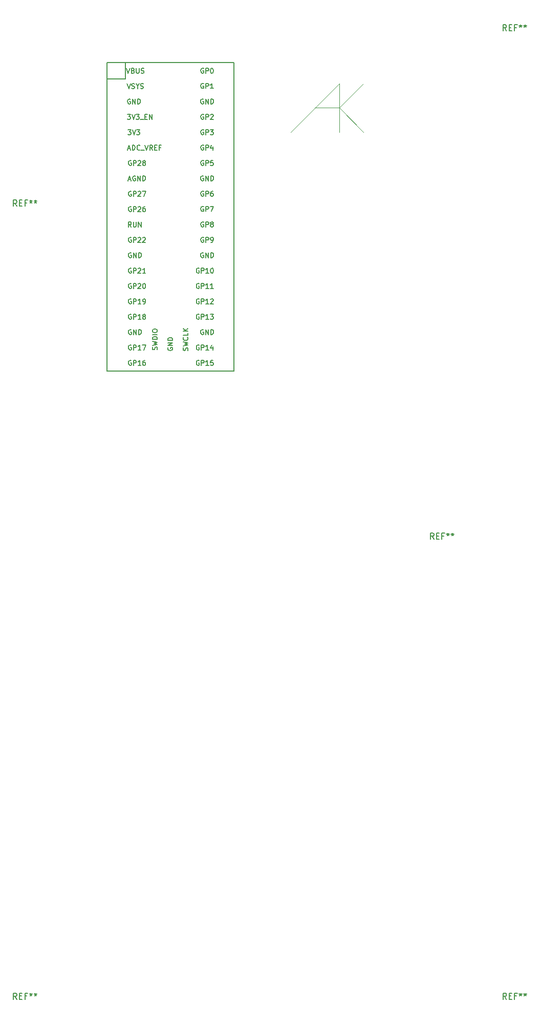
<source format=gto>
%TF.GenerationSoftware,KiCad,Pcbnew,8.0.3*%
%TF.CreationDate,2024-07-24T13:04:13+02:00*%
%TF.ProjectId,numerical,6e756d65-7269-4636-916c-2e6b69636164,rev?*%
%TF.SameCoordinates,Original*%
%TF.FileFunction,Legend,Top*%
%TF.FilePolarity,Positive*%
%FSLAX46Y46*%
G04 Gerber Fmt 4.6, Leading zero omitted, Abs format (unit mm)*
G04 Created by KiCad (PCBNEW 8.0.3) date 2024-07-24 13:04:13*
%MOMM*%
%LPD*%
G01*
G04 APERTURE LIST*
%ADD10C,0.100000*%
%ADD11C,0.150000*%
%ADD12C,1.701800*%
%ADD13C,3.000000*%
%ADD14C,3.987800*%
%ADD15C,3.048000*%
%ADD16C,2.200000*%
%ADD17C,1.600000*%
%ADD18O,1.600000X1.600000*%
%ADD19O,1.700000X1.700000*%
%ADD20R,1.700000X1.700000*%
G04 APERTURE END LIST*
D10*
X131015000Y-45585000D02*
X127015000Y-49585000D01*
X127015000Y-49585000D02*
X123015000Y-49585000D01*
X131015000Y-53585000D02*
X127015000Y-49585000D01*
X119015000Y-53585000D02*
X127015000Y-45585000D01*
X127015000Y-45585000D02*
X127015000Y-53585000D01*
D11*
X154681666Y-196839819D02*
X154348333Y-196363628D01*
X154110238Y-196839819D02*
X154110238Y-195839819D01*
X154110238Y-195839819D02*
X154491190Y-195839819D01*
X154491190Y-195839819D02*
X154586428Y-195887438D01*
X154586428Y-195887438D02*
X154634047Y-195935057D01*
X154634047Y-195935057D02*
X154681666Y-196030295D01*
X154681666Y-196030295D02*
X154681666Y-196173152D01*
X154681666Y-196173152D02*
X154634047Y-196268390D01*
X154634047Y-196268390D02*
X154586428Y-196316009D01*
X154586428Y-196316009D02*
X154491190Y-196363628D01*
X154491190Y-196363628D02*
X154110238Y-196363628D01*
X155110238Y-196316009D02*
X155443571Y-196316009D01*
X155586428Y-196839819D02*
X155110238Y-196839819D01*
X155110238Y-196839819D02*
X155110238Y-195839819D01*
X155110238Y-195839819D02*
X155586428Y-195839819D01*
X156348333Y-196316009D02*
X156015000Y-196316009D01*
X156015000Y-196839819D02*
X156015000Y-195839819D01*
X156015000Y-195839819D02*
X156491190Y-195839819D01*
X157015000Y-195839819D02*
X157015000Y-196077914D01*
X156776905Y-195982676D02*
X157015000Y-196077914D01*
X157015000Y-196077914D02*
X157253095Y-195982676D01*
X156872143Y-196268390D02*
X157015000Y-196077914D01*
X157015000Y-196077914D02*
X157157857Y-196268390D01*
X157776905Y-195839819D02*
X157776905Y-196077914D01*
X157538810Y-195982676D02*
X157776905Y-196077914D01*
X157776905Y-196077914D02*
X158015000Y-195982676D01*
X157634048Y-196268390D02*
X157776905Y-196077914D01*
X157776905Y-196077914D02*
X157919762Y-196268390D01*
X73681666Y-65839819D02*
X73348333Y-65363628D01*
X73110238Y-65839819D02*
X73110238Y-64839819D01*
X73110238Y-64839819D02*
X73491190Y-64839819D01*
X73491190Y-64839819D02*
X73586428Y-64887438D01*
X73586428Y-64887438D02*
X73634047Y-64935057D01*
X73634047Y-64935057D02*
X73681666Y-65030295D01*
X73681666Y-65030295D02*
X73681666Y-65173152D01*
X73681666Y-65173152D02*
X73634047Y-65268390D01*
X73634047Y-65268390D02*
X73586428Y-65316009D01*
X73586428Y-65316009D02*
X73491190Y-65363628D01*
X73491190Y-65363628D02*
X73110238Y-65363628D01*
X74110238Y-65316009D02*
X74443571Y-65316009D01*
X74586428Y-65839819D02*
X74110238Y-65839819D01*
X74110238Y-65839819D02*
X74110238Y-64839819D01*
X74110238Y-64839819D02*
X74586428Y-64839819D01*
X75348333Y-65316009D02*
X75015000Y-65316009D01*
X75015000Y-65839819D02*
X75015000Y-64839819D01*
X75015000Y-64839819D02*
X75491190Y-64839819D01*
X76015000Y-64839819D02*
X76015000Y-65077914D01*
X75776905Y-64982676D02*
X76015000Y-65077914D01*
X76015000Y-65077914D02*
X76253095Y-64982676D01*
X75872143Y-65268390D02*
X76015000Y-65077914D01*
X76015000Y-65077914D02*
X76157857Y-65268390D01*
X76776905Y-64839819D02*
X76776905Y-65077914D01*
X76538810Y-64982676D02*
X76776905Y-65077914D01*
X76776905Y-65077914D02*
X77015000Y-64982676D01*
X76634048Y-65268390D02*
X76776905Y-65077914D01*
X76776905Y-65077914D02*
X76919762Y-65268390D01*
X73681666Y-196839819D02*
X73348333Y-196363628D01*
X73110238Y-196839819D02*
X73110238Y-195839819D01*
X73110238Y-195839819D02*
X73491190Y-195839819D01*
X73491190Y-195839819D02*
X73586428Y-195887438D01*
X73586428Y-195887438D02*
X73634047Y-195935057D01*
X73634047Y-195935057D02*
X73681666Y-196030295D01*
X73681666Y-196030295D02*
X73681666Y-196173152D01*
X73681666Y-196173152D02*
X73634047Y-196268390D01*
X73634047Y-196268390D02*
X73586428Y-196316009D01*
X73586428Y-196316009D02*
X73491190Y-196363628D01*
X73491190Y-196363628D02*
X73110238Y-196363628D01*
X74110238Y-196316009D02*
X74443571Y-196316009D01*
X74586428Y-196839819D02*
X74110238Y-196839819D01*
X74110238Y-196839819D02*
X74110238Y-195839819D01*
X74110238Y-195839819D02*
X74586428Y-195839819D01*
X75348333Y-196316009D02*
X75015000Y-196316009D01*
X75015000Y-196839819D02*
X75015000Y-195839819D01*
X75015000Y-195839819D02*
X75491190Y-195839819D01*
X76015000Y-195839819D02*
X76015000Y-196077914D01*
X75776905Y-195982676D02*
X76015000Y-196077914D01*
X76015000Y-196077914D02*
X76253095Y-195982676D01*
X75872143Y-196268390D02*
X76015000Y-196077914D01*
X76015000Y-196077914D02*
X76157857Y-196268390D01*
X76776905Y-195839819D02*
X76776905Y-196077914D01*
X76538810Y-195982676D02*
X76776905Y-196077914D01*
X76776905Y-196077914D02*
X77015000Y-195982676D01*
X76634048Y-196268390D02*
X76776905Y-196077914D01*
X76776905Y-196077914D02*
X76919762Y-196268390D01*
X142681666Y-120839819D02*
X142348333Y-120363628D01*
X142110238Y-120839819D02*
X142110238Y-119839819D01*
X142110238Y-119839819D02*
X142491190Y-119839819D01*
X142491190Y-119839819D02*
X142586428Y-119887438D01*
X142586428Y-119887438D02*
X142634047Y-119935057D01*
X142634047Y-119935057D02*
X142681666Y-120030295D01*
X142681666Y-120030295D02*
X142681666Y-120173152D01*
X142681666Y-120173152D02*
X142634047Y-120268390D01*
X142634047Y-120268390D02*
X142586428Y-120316009D01*
X142586428Y-120316009D02*
X142491190Y-120363628D01*
X142491190Y-120363628D02*
X142110238Y-120363628D01*
X143110238Y-120316009D02*
X143443571Y-120316009D01*
X143586428Y-120839819D02*
X143110238Y-120839819D01*
X143110238Y-120839819D02*
X143110238Y-119839819D01*
X143110238Y-119839819D02*
X143586428Y-119839819D01*
X144348333Y-120316009D02*
X144015000Y-120316009D01*
X144015000Y-120839819D02*
X144015000Y-119839819D01*
X144015000Y-119839819D02*
X144491190Y-119839819D01*
X145015000Y-119839819D02*
X145015000Y-120077914D01*
X144776905Y-119982676D02*
X145015000Y-120077914D01*
X145015000Y-120077914D02*
X145253095Y-119982676D01*
X144872143Y-120268390D02*
X145015000Y-120077914D01*
X145015000Y-120077914D02*
X145157857Y-120268390D01*
X145776905Y-119839819D02*
X145776905Y-120077914D01*
X145538810Y-119982676D02*
X145776905Y-120077914D01*
X145776905Y-120077914D02*
X146015000Y-119982676D01*
X145634048Y-120268390D02*
X145776905Y-120077914D01*
X145776905Y-120077914D02*
X145919762Y-120268390D01*
X154681666Y-36839819D02*
X154348333Y-36363628D01*
X154110238Y-36839819D02*
X154110238Y-35839819D01*
X154110238Y-35839819D02*
X154491190Y-35839819D01*
X154491190Y-35839819D02*
X154586428Y-35887438D01*
X154586428Y-35887438D02*
X154634047Y-35935057D01*
X154634047Y-35935057D02*
X154681666Y-36030295D01*
X154681666Y-36030295D02*
X154681666Y-36173152D01*
X154681666Y-36173152D02*
X154634047Y-36268390D01*
X154634047Y-36268390D02*
X154586428Y-36316009D01*
X154586428Y-36316009D02*
X154491190Y-36363628D01*
X154491190Y-36363628D02*
X154110238Y-36363628D01*
X155110238Y-36316009D02*
X155443571Y-36316009D01*
X155586428Y-36839819D02*
X155110238Y-36839819D01*
X155110238Y-36839819D02*
X155110238Y-35839819D01*
X155110238Y-35839819D02*
X155586428Y-35839819D01*
X156348333Y-36316009D02*
X156015000Y-36316009D01*
X156015000Y-36839819D02*
X156015000Y-35839819D01*
X156015000Y-35839819D02*
X156491190Y-35839819D01*
X157015000Y-35839819D02*
X157015000Y-36077914D01*
X156776905Y-35982676D02*
X157015000Y-36077914D01*
X157015000Y-36077914D02*
X157253095Y-35982676D01*
X156872143Y-36268390D02*
X157015000Y-36077914D01*
X157015000Y-36077914D02*
X157157857Y-36268390D01*
X157776905Y-35839819D02*
X157776905Y-36077914D01*
X157538810Y-35982676D02*
X157776905Y-36077914D01*
X157776905Y-36077914D02*
X158015000Y-35982676D01*
X157634048Y-36268390D02*
X157776905Y-36077914D01*
X157776905Y-36077914D02*
X157919762Y-36268390D01*
X92612618Y-88805390D02*
X92536428Y-88767295D01*
X92536428Y-88767295D02*
X92422142Y-88767295D01*
X92422142Y-88767295D02*
X92307856Y-88805390D01*
X92307856Y-88805390D02*
X92231666Y-88881580D01*
X92231666Y-88881580D02*
X92193571Y-88957771D01*
X92193571Y-88957771D02*
X92155475Y-89110152D01*
X92155475Y-89110152D02*
X92155475Y-89224438D01*
X92155475Y-89224438D02*
X92193571Y-89376819D01*
X92193571Y-89376819D02*
X92231666Y-89453009D01*
X92231666Y-89453009D02*
X92307856Y-89529200D01*
X92307856Y-89529200D02*
X92422142Y-89567295D01*
X92422142Y-89567295D02*
X92498333Y-89567295D01*
X92498333Y-89567295D02*
X92612618Y-89529200D01*
X92612618Y-89529200D02*
X92650714Y-89491104D01*
X92650714Y-89491104D02*
X92650714Y-89224438D01*
X92650714Y-89224438D02*
X92498333Y-89224438D01*
X92993571Y-89567295D02*
X92993571Y-88767295D01*
X92993571Y-88767295D02*
X93298333Y-88767295D01*
X93298333Y-88767295D02*
X93374523Y-88805390D01*
X93374523Y-88805390D02*
X93412618Y-88843485D01*
X93412618Y-88843485D02*
X93450714Y-88919676D01*
X93450714Y-88919676D02*
X93450714Y-89033961D01*
X93450714Y-89033961D02*
X93412618Y-89110152D01*
X93412618Y-89110152D02*
X93374523Y-89148247D01*
X93374523Y-89148247D02*
X93298333Y-89186342D01*
X93298333Y-89186342D02*
X92993571Y-89186342D01*
X94212618Y-89567295D02*
X93755475Y-89567295D01*
X93984047Y-89567295D02*
X93984047Y-88767295D01*
X93984047Y-88767295D02*
X93907856Y-88881580D01*
X93907856Y-88881580D02*
X93831666Y-88957771D01*
X93831666Y-88957771D02*
X93755475Y-88995866D01*
X94479285Y-88767295D02*
X95012619Y-88767295D01*
X95012619Y-88767295D02*
X94669761Y-89567295D01*
X103842618Y-81185390D02*
X103766428Y-81147295D01*
X103766428Y-81147295D02*
X103652142Y-81147295D01*
X103652142Y-81147295D02*
X103537856Y-81185390D01*
X103537856Y-81185390D02*
X103461666Y-81261580D01*
X103461666Y-81261580D02*
X103423571Y-81337771D01*
X103423571Y-81337771D02*
X103385475Y-81490152D01*
X103385475Y-81490152D02*
X103385475Y-81604438D01*
X103385475Y-81604438D02*
X103423571Y-81756819D01*
X103423571Y-81756819D02*
X103461666Y-81833009D01*
X103461666Y-81833009D02*
X103537856Y-81909200D01*
X103537856Y-81909200D02*
X103652142Y-81947295D01*
X103652142Y-81947295D02*
X103728333Y-81947295D01*
X103728333Y-81947295D02*
X103842618Y-81909200D01*
X103842618Y-81909200D02*
X103880714Y-81871104D01*
X103880714Y-81871104D02*
X103880714Y-81604438D01*
X103880714Y-81604438D02*
X103728333Y-81604438D01*
X104223571Y-81947295D02*
X104223571Y-81147295D01*
X104223571Y-81147295D02*
X104528333Y-81147295D01*
X104528333Y-81147295D02*
X104604523Y-81185390D01*
X104604523Y-81185390D02*
X104642618Y-81223485D01*
X104642618Y-81223485D02*
X104680714Y-81299676D01*
X104680714Y-81299676D02*
X104680714Y-81413961D01*
X104680714Y-81413961D02*
X104642618Y-81490152D01*
X104642618Y-81490152D02*
X104604523Y-81528247D01*
X104604523Y-81528247D02*
X104528333Y-81566342D01*
X104528333Y-81566342D02*
X104223571Y-81566342D01*
X105442618Y-81947295D02*
X104985475Y-81947295D01*
X105214047Y-81947295D02*
X105214047Y-81147295D01*
X105214047Y-81147295D02*
X105137856Y-81261580D01*
X105137856Y-81261580D02*
X105061666Y-81337771D01*
X105061666Y-81337771D02*
X104985475Y-81375866D01*
X105747380Y-81223485D02*
X105785476Y-81185390D01*
X105785476Y-81185390D02*
X105861666Y-81147295D01*
X105861666Y-81147295D02*
X106052142Y-81147295D01*
X106052142Y-81147295D02*
X106128333Y-81185390D01*
X106128333Y-81185390D02*
X106166428Y-81223485D01*
X106166428Y-81223485D02*
X106204523Y-81299676D01*
X106204523Y-81299676D02*
X106204523Y-81375866D01*
X106204523Y-81375866D02*
X106166428Y-81490152D01*
X106166428Y-81490152D02*
X105709285Y-81947295D01*
X105709285Y-81947295D02*
X106204523Y-81947295D01*
X104573571Y-50705390D02*
X104497381Y-50667295D01*
X104497381Y-50667295D02*
X104383095Y-50667295D01*
X104383095Y-50667295D02*
X104268809Y-50705390D01*
X104268809Y-50705390D02*
X104192619Y-50781580D01*
X104192619Y-50781580D02*
X104154524Y-50857771D01*
X104154524Y-50857771D02*
X104116428Y-51010152D01*
X104116428Y-51010152D02*
X104116428Y-51124438D01*
X104116428Y-51124438D02*
X104154524Y-51276819D01*
X104154524Y-51276819D02*
X104192619Y-51353009D01*
X104192619Y-51353009D02*
X104268809Y-51429200D01*
X104268809Y-51429200D02*
X104383095Y-51467295D01*
X104383095Y-51467295D02*
X104459286Y-51467295D01*
X104459286Y-51467295D02*
X104573571Y-51429200D01*
X104573571Y-51429200D02*
X104611667Y-51391104D01*
X104611667Y-51391104D02*
X104611667Y-51124438D01*
X104611667Y-51124438D02*
X104459286Y-51124438D01*
X104954524Y-51467295D02*
X104954524Y-50667295D01*
X104954524Y-50667295D02*
X105259286Y-50667295D01*
X105259286Y-50667295D02*
X105335476Y-50705390D01*
X105335476Y-50705390D02*
X105373571Y-50743485D01*
X105373571Y-50743485D02*
X105411667Y-50819676D01*
X105411667Y-50819676D02*
X105411667Y-50933961D01*
X105411667Y-50933961D02*
X105373571Y-51010152D01*
X105373571Y-51010152D02*
X105335476Y-51048247D01*
X105335476Y-51048247D02*
X105259286Y-51086342D01*
X105259286Y-51086342D02*
X104954524Y-51086342D01*
X105716428Y-50743485D02*
X105754524Y-50705390D01*
X105754524Y-50705390D02*
X105830714Y-50667295D01*
X105830714Y-50667295D02*
X106021190Y-50667295D01*
X106021190Y-50667295D02*
X106097381Y-50705390D01*
X106097381Y-50705390D02*
X106135476Y-50743485D01*
X106135476Y-50743485D02*
X106173571Y-50819676D01*
X106173571Y-50819676D02*
X106173571Y-50895866D01*
X106173571Y-50895866D02*
X106135476Y-51010152D01*
X106135476Y-51010152D02*
X105678333Y-51467295D01*
X105678333Y-51467295D02*
X106173571Y-51467295D01*
X92605476Y-86265390D02*
X92529286Y-86227295D01*
X92529286Y-86227295D02*
X92415000Y-86227295D01*
X92415000Y-86227295D02*
X92300714Y-86265390D01*
X92300714Y-86265390D02*
X92224524Y-86341580D01*
X92224524Y-86341580D02*
X92186429Y-86417771D01*
X92186429Y-86417771D02*
X92148333Y-86570152D01*
X92148333Y-86570152D02*
X92148333Y-86684438D01*
X92148333Y-86684438D02*
X92186429Y-86836819D01*
X92186429Y-86836819D02*
X92224524Y-86913009D01*
X92224524Y-86913009D02*
X92300714Y-86989200D01*
X92300714Y-86989200D02*
X92415000Y-87027295D01*
X92415000Y-87027295D02*
X92491191Y-87027295D01*
X92491191Y-87027295D02*
X92605476Y-86989200D01*
X92605476Y-86989200D02*
X92643572Y-86951104D01*
X92643572Y-86951104D02*
X92643572Y-86684438D01*
X92643572Y-86684438D02*
X92491191Y-86684438D01*
X92986429Y-87027295D02*
X92986429Y-86227295D01*
X92986429Y-86227295D02*
X93443572Y-87027295D01*
X93443572Y-87027295D02*
X93443572Y-86227295D01*
X93824524Y-87027295D02*
X93824524Y-86227295D01*
X93824524Y-86227295D02*
X94015000Y-86227295D01*
X94015000Y-86227295D02*
X94129286Y-86265390D01*
X94129286Y-86265390D02*
X94205476Y-86341580D01*
X94205476Y-86341580D02*
X94243571Y-86417771D01*
X94243571Y-86417771D02*
X94281667Y-86570152D01*
X94281667Y-86570152D02*
X94281667Y-86684438D01*
X94281667Y-86684438D02*
X94243571Y-86836819D01*
X94243571Y-86836819D02*
X94205476Y-86913009D01*
X94205476Y-86913009D02*
X94129286Y-86989200D01*
X94129286Y-86989200D02*
X94015000Y-87027295D01*
X94015000Y-87027295D02*
X93824524Y-87027295D01*
X91848333Y-43047295D02*
X92115000Y-43847295D01*
X92115000Y-43847295D02*
X92381666Y-43047295D01*
X92914999Y-43428247D02*
X93029285Y-43466342D01*
X93029285Y-43466342D02*
X93067380Y-43504438D01*
X93067380Y-43504438D02*
X93105476Y-43580628D01*
X93105476Y-43580628D02*
X93105476Y-43694914D01*
X93105476Y-43694914D02*
X93067380Y-43771104D01*
X93067380Y-43771104D02*
X93029285Y-43809200D01*
X93029285Y-43809200D02*
X92953095Y-43847295D01*
X92953095Y-43847295D02*
X92648333Y-43847295D01*
X92648333Y-43847295D02*
X92648333Y-43047295D01*
X92648333Y-43047295D02*
X92914999Y-43047295D01*
X92914999Y-43047295D02*
X92991190Y-43085390D01*
X92991190Y-43085390D02*
X93029285Y-43123485D01*
X93029285Y-43123485D02*
X93067380Y-43199676D01*
X93067380Y-43199676D02*
X93067380Y-43275866D01*
X93067380Y-43275866D02*
X93029285Y-43352057D01*
X93029285Y-43352057D02*
X92991190Y-43390152D01*
X92991190Y-43390152D02*
X92914999Y-43428247D01*
X92914999Y-43428247D02*
X92648333Y-43428247D01*
X93448333Y-43047295D02*
X93448333Y-43694914D01*
X93448333Y-43694914D02*
X93486428Y-43771104D01*
X93486428Y-43771104D02*
X93524523Y-43809200D01*
X93524523Y-43809200D02*
X93600714Y-43847295D01*
X93600714Y-43847295D02*
X93753095Y-43847295D01*
X93753095Y-43847295D02*
X93829285Y-43809200D01*
X93829285Y-43809200D02*
X93867380Y-43771104D01*
X93867380Y-43771104D02*
X93905476Y-43694914D01*
X93905476Y-43694914D02*
X93905476Y-43047295D01*
X94248332Y-43809200D02*
X94362618Y-43847295D01*
X94362618Y-43847295D02*
X94553094Y-43847295D01*
X94553094Y-43847295D02*
X94629285Y-43809200D01*
X94629285Y-43809200D02*
X94667380Y-43771104D01*
X94667380Y-43771104D02*
X94705475Y-43694914D01*
X94705475Y-43694914D02*
X94705475Y-43618723D01*
X94705475Y-43618723D02*
X94667380Y-43542533D01*
X94667380Y-43542533D02*
X94629285Y-43504438D01*
X94629285Y-43504438D02*
X94553094Y-43466342D01*
X94553094Y-43466342D02*
X94400713Y-43428247D01*
X94400713Y-43428247D02*
X94324523Y-43390152D01*
X94324523Y-43390152D02*
X94286428Y-43352057D01*
X94286428Y-43352057D02*
X94248332Y-43275866D01*
X94248332Y-43275866D02*
X94248332Y-43199676D01*
X94248332Y-43199676D02*
X94286428Y-43123485D01*
X94286428Y-43123485D02*
X94324523Y-43085390D01*
X94324523Y-43085390D02*
X94400713Y-43047295D01*
X94400713Y-43047295D02*
X94591190Y-43047295D01*
X94591190Y-43047295D02*
X94705475Y-43085390D01*
X103842618Y-88805390D02*
X103766428Y-88767295D01*
X103766428Y-88767295D02*
X103652142Y-88767295D01*
X103652142Y-88767295D02*
X103537856Y-88805390D01*
X103537856Y-88805390D02*
X103461666Y-88881580D01*
X103461666Y-88881580D02*
X103423571Y-88957771D01*
X103423571Y-88957771D02*
X103385475Y-89110152D01*
X103385475Y-89110152D02*
X103385475Y-89224438D01*
X103385475Y-89224438D02*
X103423571Y-89376819D01*
X103423571Y-89376819D02*
X103461666Y-89453009D01*
X103461666Y-89453009D02*
X103537856Y-89529200D01*
X103537856Y-89529200D02*
X103652142Y-89567295D01*
X103652142Y-89567295D02*
X103728333Y-89567295D01*
X103728333Y-89567295D02*
X103842618Y-89529200D01*
X103842618Y-89529200D02*
X103880714Y-89491104D01*
X103880714Y-89491104D02*
X103880714Y-89224438D01*
X103880714Y-89224438D02*
X103728333Y-89224438D01*
X104223571Y-89567295D02*
X104223571Y-88767295D01*
X104223571Y-88767295D02*
X104528333Y-88767295D01*
X104528333Y-88767295D02*
X104604523Y-88805390D01*
X104604523Y-88805390D02*
X104642618Y-88843485D01*
X104642618Y-88843485D02*
X104680714Y-88919676D01*
X104680714Y-88919676D02*
X104680714Y-89033961D01*
X104680714Y-89033961D02*
X104642618Y-89110152D01*
X104642618Y-89110152D02*
X104604523Y-89148247D01*
X104604523Y-89148247D02*
X104528333Y-89186342D01*
X104528333Y-89186342D02*
X104223571Y-89186342D01*
X105442618Y-89567295D02*
X104985475Y-89567295D01*
X105214047Y-89567295D02*
X105214047Y-88767295D01*
X105214047Y-88767295D02*
X105137856Y-88881580D01*
X105137856Y-88881580D02*
X105061666Y-88957771D01*
X105061666Y-88957771D02*
X104985475Y-88995866D01*
X106128333Y-89033961D02*
X106128333Y-89567295D01*
X105937857Y-88729200D02*
X105747380Y-89300628D01*
X105747380Y-89300628D02*
X106242619Y-89300628D01*
X92612618Y-81185390D02*
X92536428Y-81147295D01*
X92536428Y-81147295D02*
X92422142Y-81147295D01*
X92422142Y-81147295D02*
X92307856Y-81185390D01*
X92307856Y-81185390D02*
X92231666Y-81261580D01*
X92231666Y-81261580D02*
X92193571Y-81337771D01*
X92193571Y-81337771D02*
X92155475Y-81490152D01*
X92155475Y-81490152D02*
X92155475Y-81604438D01*
X92155475Y-81604438D02*
X92193571Y-81756819D01*
X92193571Y-81756819D02*
X92231666Y-81833009D01*
X92231666Y-81833009D02*
X92307856Y-81909200D01*
X92307856Y-81909200D02*
X92422142Y-81947295D01*
X92422142Y-81947295D02*
X92498333Y-81947295D01*
X92498333Y-81947295D02*
X92612618Y-81909200D01*
X92612618Y-81909200D02*
X92650714Y-81871104D01*
X92650714Y-81871104D02*
X92650714Y-81604438D01*
X92650714Y-81604438D02*
X92498333Y-81604438D01*
X92993571Y-81947295D02*
X92993571Y-81147295D01*
X92993571Y-81147295D02*
X93298333Y-81147295D01*
X93298333Y-81147295D02*
X93374523Y-81185390D01*
X93374523Y-81185390D02*
X93412618Y-81223485D01*
X93412618Y-81223485D02*
X93450714Y-81299676D01*
X93450714Y-81299676D02*
X93450714Y-81413961D01*
X93450714Y-81413961D02*
X93412618Y-81490152D01*
X93412618Y-81490152D02*
X93374523Y-81528247D01*
X93374523Y-81528247D02*
X93298333Y-81566342D01*
X93298333Y-81566342D02*
X92993571Y-81566342D01*
X94212618Y-81947295D02*
X93755475Y-81947295D01*
X93984047Y-81947295D02*
X93984047Y-81147295D01*
X93984047Y-81147295D02*
X93907856Y-81261580D01*
X93907856Y-81261580D02*
X93831666Y-81337771D01*
X93831666Y-81337771D02*
X93755475Y-81375866D01*
X94593571Y-81947295D02*
X94745952Y-81947295D01*
X94745952Y-81947295D02*
X94822142Y-81909200D01*
X94822142Y-81909200D02*
X94860238Y-81871104D01*
X94860238Y-81871104D02*
X94936428Y-81756819D01*
X94936428Y-81756819D02*
X94974523Y-81604438D01*
X94974523Y-81604438D02*
X94974523Y-81299676D01*
X94974523Y-81299676D02*
X94936428Y-81223485D01*
X94936428Y-81223485D02*
X94898333Y-81185390D01*
X94898333Y-81185390D02*
X94822142Y-81147295D01*
X94822142Y-81147295D02*
X94669761Y-81147295D01*
X94669761Y-81147295D02*
X94593571Y-81185390D01*
X94593571Y-81185390D02*
X94555476Y-81223485D01*
X94555476Y-81223485D02*
X94517380Y-81299676D01*
X94517380Y-81299676D02*
X94517380Y-81490152D01*
X94517380Y-81490152D02*
X94555476Y-81566342D01*
X94555476Y-81566342D02*
X94593571Y-81604438D01*
X94593571Y-81604438D02*
X94669761Y-81642533D01*
X94669761Y-81642533D02*
X94822142Y-81642533D01*
X94822142Y-81642533D02*
X94898333Y-81604438D01*
X94898333Y-81604438D02*
X94936428Y-81566342D01*
X94936428Y-81566342D02*
X94974523Y-81490152D01*
X104573571Y-71025390D02*
X104497381Y-70987295D01*
X104497381Y-70987295D02*
X104383095Y-70987295D01*
X104383095Y-70987295D02*
X104268809Y-71025390D01*
X104268809Y-71025390D02*
X104192619Y-71101580D01*
X104192619Y-71101580D02*
X104154524Y-71177771D01*
X104154524Y-71177771D02*
X104116428Y-71330152D01*
X104116428Y-71330152D02*
X104116428Y-71444438D01*
X104116428Y-71444438D02*
X104154524Y-71596819D01*
X104154524Y-71596819D02*
X104192619Y-71673009D01*
X104192619Y-71673009D02*
X104268809Y-71749200D01*
X104268809Y-71749200D02*
X104383095Y-71787295D01*
X104383095Y-71787295D02*
X104459286Y-71787295D01*
X104459286Y-71787295D02*
X104573571Y-71749200D01*
X104573571Y-71749200D02*
X104611667Y-71711104D01*
X104611667Y-71711104D02*
X104611667Y-71444438D01*
X104611667Y-71444438D02*
X104459286Y-71444438D01*
X104954524Y-71787295D02*
X104954524Y-70987295D01*
X104954524Y-70987295D02*
X105259286Y-70987295D01*
X105259286Y-70987295D02*
X105335476Y-71025390D01*
X105335476Y-71025390D02*
X105373571Y-71063485D01*
X105373571Y-71063485D02*
X105411667Y-71139676D01*
X105411667Y-71139676D02*
X105411667Y-71253961D01*
X105411667Y-71253961D02*
X105373571Y-71330152D01*
X105373571Y-71330152D02*
X105335476Y-71368247D01*
X105335476Y-71368247D02*
X105259286Y-71406342D01*
X105259286Y-71406342D02*
X104954524Y-71406342D01*
X105792619Y-71787295D02*
X105945000Y-71787295D01*
X105945000Y-71787295D02*
X106021190Y-71749200D01*
X106021190Y-71749200D02*
X106059286Y-71711104D01*
X106059286Y-71711104D02*
X106135476Y-71596819D01*
X106135476Y-71596819D02*
X106173571Y-71444438D01*
X106173571Y-71444438D02*
X106173571Y-71139676D01*
X106173571Y-71139676D02*
X106135476Y-71063485D01*
X106135476Y-71063485D02*
X106097381Y-71025390D01*
X106097381Y-71025390D02*
X106021190Y-70987295D01*
X106021190Y-70987295D02*
X105868809Y-70987295D01*
X105868809Y-70987295D02*
X105792619Y-71025390D01*
X105792619Y-71025390D02*
X105754524Y-71063485D01*
X105754524Y-71063485D02*
X105716428Y-71139676D01*
X105716428Y-71139676D02*
X105716428Y-71330152D01*
X105716428Y-71330152D02*
X105754524Y-71406342D01*
X105754524Y-71406342D02*
X105792619Y-71444438D01*
X105792619Y-71444438D02*
X105868809Y-71482533D01*
X105868809Y-71482533D02*
X106021190Y-71482533D01*
X106021190Y-71482533D02*
X106097381Y-71444438D01*
X106097381Y-71444438D02*
X106135476Y-71406342D01*
X106135476Y-71406342D02*
X106173571Y-71330152D01*
X104573571Y-63405390D02*
X104497381Y-63367295D01*
X104497381Y-63367295D02*
X104383095Y-63367295D01*
X104383095Y-63367295D02*
X104268809Y-63405390D01*
X104268809Y-63405390D02*
X104192619Y-63481580D01*
X104192619Y-63481580D02*
X104154524Y-63557771D01*
X104154524Y-63557771D02*
X104116428Y-63710152D01*
X104116428Y-63710152D02*
X104116428Y-63824438D01*
X104116428Y-63824438D02*
X104154524Y-63976819D01*
X104154524Y-63976819D02*
X104192619Y-64053009D01*
X104192619Y-64053009D02*
X104268809Y-64129200D01*
X104268809Y-64129200D02*
X104383095Y-64167295D01*
X104383095Y-64167295D02*
X104459286Y-64167295D01*
X104459286Y-64167295D02*
X104573571Y-64129200D01*
X104573571Y-64129200D02*
X104611667Y-64091104D01*
X104611667Y-64091104D02*
X104611667Y-63824438D01*
X104611667Y-63824438D02*
X104459286Y-63824438D01*
X104954524Y-64167295D02*
X104954524Y-63367295D01*
X104954524Y-63367295D02*
X105259286Y-63367295D01*
X105259286Y-63367295D02*
X105335476Y-63405390D01*
X105335476Y-63405390D02*
X105373571Y-63443485D01*
X105373571Y-63443485D02*
X105411667Y-63519676D01*
X105411667Y-63519676D02*
X105411667Y-63633961D01*
X105411667Y-63633961D02*
X105373571Y-63710152D01*
X105373571Y-63710152D02*
X105335476Y-63748247D01*
X105335476Y-63748247D02*
X105259286Y-63786342D01*
X105259286Y-63786342D02*
X104954524Y-63786342D01*
X106097381Y-63367295D02*
X105945000Y-63367295D01*
X105945000Y-63367295D02*
X105868809Y-63405390D01*
X105868809Y-63405390D02*
X105830714Y-63443485D01*
X105830714Y-63443485D02*
X105754524Y-63557771D01*
X105754524Y-63557771D02*
X105716428Y-63710152D01*
X105716428Y-63710152D02*
X105716428Y-64014914D01*
X105716428Y-64014914D02*
X105754524Y-64091104D01*
X105754524Y-64091104D02*
X105792619Y-64129200D01*
X105792619Y-64129200D02*
X105868809Y-64167295D01*
X105868809Y-64167295D02*
X106021190Y-64167295D01*
X106021190Y-64167295D02*
X106097381Y-64129200D01*
X106097381Y-64129200D02*
X106135476Y-64091104D01*
X106135476Y-64091104D02*
X106173571Y-64014914D01*
X106173571Y-64014914D02*
X106173571Y-63824438D01*
X106173571Y-63824438D02*
X106135476Y-63748247D01*
X106135476Y-63748247D02*
X106097381Y-63710152D01*
X106097381Y-63710152D02*
X106021190Y-63672057D01*
X106021190Y-63672057D02*
X105868809Y-63672057D01*
X105868809Y-63672057D02*
X105792619Y-63710152D01*
X105792619Y-63710152D02*
X105754524Y-63748247D01*
X105754524Y-63748247D02*
X105716428Y-63824438D01*
X96889200Y-89560238D02*
X96927295Y-89445952D01*
X96927295Y-89445952D02*
X96927295Y-89255476D01*
X96927295Y-89255476D02*
X96889200Y-89179285D01*
X96889200Y-89179285D02*
X96851104Y-89141190D01*
X96851104Y-89141190D02*
X96774914Y-89103095D01*
X96774914Y-89103095D02*
X96698723Y-89103095D01*
X96698723Y-89103095D02*
X96622533Y-89141190D01*
X96622533Y-89141190D02*
X96584438Y-89179285D01*
X96584438Y-89179285D02*
X96546342Y-89255476D01*
X96546342Y-89255476D02*
X96508247Y-89407857D01*
X96508247Y-89407857D02*
X96470152Y-89484047D01*
X96470152Y-89484047D02*
X96432057Y-89522142D01*
X96432057Y-89522142D02*
X96355866Y-89560238D01*
X96355866Y-89560238D02*
X96279676Y-89560238D01*
X96279676Y-89560238D02*
X96203485Y-89522142D01*
X96203485Y-89522142D02*
X96165390Y-89484047D01*
X96165390Y-89484047D02*
X96127295Y-89407857D01*
X96127295Y-89407857D02*
X96127295Y-89217380D01*
X96127295Y-89217380D02*
X96165390Y-89103095D01*
X96127295Y-88836428D02*
X96927295Y-88645952D01*
X96927295Y-88645952D02*
X96355866Y-88493571D01*
X96355866Y-88493571D02*
X96927295Y-88341190D01*
X96927295Y-88341190D02*
X96127295Y-88150714D01*
X96927295Y-87845951D02*
X96127295Y-87845951D01*
X96127295Y-87845951D02*
X96127295Y-87655475D01*
X96127295Y-87655475D02*
X96165390Y-87541189D01*
X96165390Y-87541189D02*
X96241580Y-87464999D01*
X96241580Y-87464999D02*
X96317771Y-87426904D01*
X96317771Y-87426904D02*
X96470152Y-87388808D01*
X96470152Y-87388808D02*
X96584438Y-87388808D01*
X96584438Y-87388808D02*
X96736819Y-87426904D01*
X96736819Y-87426904D02*
X96813009Y-87464999D01*
X96813009Y-87464999D02*
X96889200Y-87541189D01*
X96889200Y-87541189D02*
X96927295Y-87655475D01*
X96927295Y-87655475D02*
X96927295Y-87845951D01*
X96927295Y-87045951D02*
X96127295Y-87045951D01*
X96127295Y-86512618D02*
X96127295Y-86360237D01*
X96127295Y-86360237D02*
X96165390Y-86284047D01*
X96165390Y-86284047D02*
X96241580Y-86207856D01*
X96241580Y-86207856D02*
X96393961Y-86169761D01*
X96393961Y-86169761D02*
X96660628Y-86169761D01*
X96660628Y-86169761D02*
X96813009Y-86207856D01*
X96813009Y-86207856D02*
X96889200Y-86284047D01*
X96889200Y-86284047D02*
X96927295Y-86360237D01*
X96927295Y-86360237D02*
X96927295Y-86512618D01*
X96927295Y-86512618D02*
X96889200Y-86588809D01*
X96889200Y-86588809D02*
X96813009Y-86664999D01*
X96813009Y-86664999D02*
X96660628Y-86703095D01*
X96660628Y-86703095D02*
X96393961Y-86703095D01*
X96393961Y-86703095D02*
X96241580Y-86664999D01*
X96241580Y-86664999D02*
X96165390Y-86588809D01*
X96165390Y-86588809D02*
X96127295Y-86512618D01*
X91988809Y-50667295D02*
X92484047Y-50667295D01*
X92484047Y-50667295D02*
X92217381Y-50972057D01*
X92217381Y-50972057D02*
X92331666Y-50972057D01*
X92331666Y-50972057D02*
X92407857Y-51010152D01*
X92407857Y-51010152D02*
X92445952Y-51048247D01*
X92445952Y-51048247D02*
X92484047Y-51124438D01*
X92484047Y-51124438D02*
X92484047Y-51314914D01*
X92484047Y-51314914D02*
X92445952Y-51391104D01*
X92445952Y-51391104D02*
X92407857Y-51429200D01*
X92407857Y-51429200D02*
X92331666Y-51467295D01*
X92331666Y-51467295D02*
X92103095Y-51467295D01*
X92103095Y-51467295D02*
X92026904Y-51429200D01*
X92026904Y-51429200D02*
X91988809Y-51391104D01*
X92712619Y-50667295D02*
X92979286Y-51467295D01*
X92979286Y-51467295D02*
X93245952Y-50667295D01*
X93436428Y-50667295D02*
X93931666Y-50667295D01*
X93931666Y-50667295D02*
X93665000Y-50972057D01*
X93665000Y-50972057D02*
X93779285Y-50972057D01*
X93779285Y-50972057D02*
X93855476Y-51010152D01*
X93855476Y-51010152D02*
X93893571Y-51048247D01*
X93893571Y-51048247D02*
X93931666Y-51124438D01*
X93931666Y-51124438D02*
X93931666Y-51314914D01*
X93931666Y-51314914D02*
X93893571Y-51391104D01*
X93893571Y-51391104D02*
X93855476Y-51429200D01*
X93855476Y-51429200D02*
X93779285Y-51467295D01*
X93779285Y-51467295D02*
X93550714Y-51467295D01*
X93550714Y-51467295D02*
X93474523Y-51429200D01*
X93474523Y-51429200D02*
X93436428Y-51391104D01*
X94084048Y-51543485D02*
X94693571Y-51543485D01*
X94884048Y-51048247D02*
X95150714Y-51048247D01*
X95265000Y-51467295D02*
X94884048Y-51467295D01*
X94884048Y-51467295D02*
X94884048Y-50667295D01*
X94884048Y-50667295D02*
X95265000Y-50667295D01*
X95607858Y-51467295D02*
X95607858Y-50667295D01*
X95607858Y-50667295D02*
X96065001Y-51467295D01*
X96065001Y-51467295D02*
X96065001Y-50667295D01*
X92612618Y-91345390D02*
X92536428Y-91307295D01*
X92536428Y-91307295D02*
X92422142Y-91307295D01*
X92422142Y-91307295D02*
X92307856Y-91345390D01*
X92307856Y-91345390D02*
X92231666Y-91421580D01*
X92231666Y-91421580D02*
X92193571Y-91497771D01*
X92193571Y-91497771D02*
X92155475Y-91650152D01*
X92155475Y-91650152D02*
X92155475Y-91764438D01*
X92155475Y-91764438D02*
X92193571Y-91916819D01*
X92193571Y-91916819D02*
X92231666Y-91993009D01*
X92231666Y-91993009D02*
X92307856Y-92069200D01*
X92307856Y-92069200D02*
X92422142Y-92107295D01*
X92422142Y-92107295D02*
X92498333Y-92107295D01*
X92498333Y-92107295D02*
X92612618Y-92069200D01*
X92612618Y-92069200D02*
X92650714Y-92031104D01*
X92650714Y-92031104D02*
X92650714Y-91764438D01*
X92650714Y-91764438D02*
X92498333Y-91764438D01*
X92993571Y-92107295D02*
X92993571Y-91307295D01*
X92993571Y-91307295D02*
X93298333Y-91307295D01*
X93298333Y-91307295D02*
X93374523Y-91345390D01*
X93374523Y-91345390D02*
X93412618Y-91383485D01*
X93412618Y-91383485D02*
X93450714Y-91459676D01*
X93450714Y-91459676D02*
X93450714Y-91573961D01*
X93450714Y-91573961D02*
X93412618Y-91650152D01*
X93412618Y-91650152D02*
X93374523Y-91688247D01*
X93374523Y-91688247D02*
X93298333Y-91726342D01*
X93298333Y-91726342D02*
X92993571Y-91726342D01*
X94212618Y-92107295D02*
X93755475Y-92107295D01*
X93984047Y-92107295D02*
X93984047Y-91307295D01*
X93984047Y-91307295D02*
X93907856Y-91421580D01*
X93907856Y-91421580D02*
X93831666Y-91497771D01*
X93831666Y-91497771D02*
X93755475Y-91535866D01*
X94898333Y-91307295D02*
X94745952Y-91307295D01*
X94745952Y-91307295D02*
X94669761Y-91345390D01*
X94669761Y-91345390D02*
X94631666Y-91383485D01*
X94631666Y-91383485D02*
X94555476Y-91497771D01*
X94555476Y-91497771D02*
X94517380Y-91650152D01*
X94517380Y-91650152D02*
X94517380Y-91954914D01*
X94517380Y-91954914D02*
X94555476Y-92031104D01*
X94555476Y-92031104D02*
X94593571Y-92069200D01*
X94593571Y-92069200D02*
X94669761Y-92107295D01*
X94669761Y-92107295D02*
X94822142Y-92107295D01*
X94822142Y-92107295D02*
X94898333Y-92069200D01*
X94898333Y-92069200D02*
X94936428Y-92031104D01*
X94936428Y-92031104D02*
X94974523Y-91954914D01*
X94974523Y-91954914D02*
X94974523Y-91764438D01*
X94974523Y-91764438D02*
X94936428Y-91688247D01*
X94936428Y-91688247D02*
X94898333Y-91650152D01*
X94898333Y-91650152D02*
X94822142Y-91612057D01*
X94822142Y-91612057D02*
X94669761Y-91612057D01*
X94669761Y-91612057D02*
X94593571Y-91650152D01*
X94593571Y-91650152D02*
X94555476Y-91688247D01*
X94555476Y-91688247D02*
X94517380Y-91764438D01*
X103842618Y-83725390D02*
X103766428Y-83687295D01*
X103766428Y-83687295D02*
X103652142Y-83687295D01*
X103652142Y-83687295D02*
X103537856Y-83725390D01*
X103537856Y-83725390D02*
X103461666Y-83801580D01*
X103461666Y-83801580D02*
X103423571Y-83877771D01*
X103423571Y-83877771D02*
X103385475Y-84030152D01*
X103385475Y-84030152D02*
X103385475Y-84144438D01*
X103385475Y-84144438D02*
X103423571Y-84296819D01*
X103423571Y-84296819D02*
X103461666Y-84373009D01*
X103461666Y-84373009D02*
X103537856Y-84449200D01*
X103537856Y-84449200D02*
X103652142Y-84487295D01*
X103652142Y-84487295D02*
X103728333Y-84487295D01*
X103728333Y-84487295D02*
X103842618Y-84449200D01*
X103842618Y-84449200D02*
X103880714Y-84411104D01*
X103880714Y-84411104D02*
X103880714Y-84144438D01*
X103880714Y-84144438D02*
X103728333Y-84144438D01*
X104223571Y-84487295D02*
X104223571Y-83687295D01*
X104223571Y-83687295D02*
X104528333Y-83687295D01*
X104528333Y-83687295D02*
X104604523Y-83725390D01*
X104604523Y-83725390D02*
X104642618Y-83763485D01*
X104642618Y-83763485D02*
X104680714Y-83839676D01*
X104680714Y-83839676D02*
X104680714Y-83953961D01*
X104680714Y-83953961D02*
X104642618Y-84030152D01*
X104642618Y-84030152D02*
X104604523Y-84068247D01*
X104604523Y-84068247D02*
X104528333Y-84106342D01*
X104528333Y-84106342D02*
X104223571Y-84106342D01*
X105442618Y-84487295D02*
X104985475Y-84487295D01*
X105214047Y-84487295D02*
X105214047Y-83687295D01*
X105214047Y-83687295D02*
X105137856Y-83801580D01*
X105137856Y-83801580D02*
X105061666Y-83877771D01*
X105061666Y-83877771D02*
X104985475Y-83915866D01*
X105709285Y-83687295D02*
X106204523Y-83687295D01*
X106204523Y-83687295D02*
X105937857Y-83992057D01*
X105937857Y-83992057D02*
X106052142Y-83992057D01*
X106052142Y-83992057D02*
X106128333Y-84030152D01*
X106128333Y-84030152D02*
X106166428Y-84068247D01*
X106166428Y-84068247D02*
X106204523Y-84144438D01*
X106204523Y-84144438D02*
X106204523Y-84334914D01*
X106204523Y-84334914D02*
X106166428Y-84411104D01*
X106166428Y-84411104D02*
X106128333Y-84449200D01*
X106128333Y-84449200D02*
X106052142Y-84487295D01*
X106052142Y-84487295D02*
X105823571Y-84487295D01*
X105823571Y-84487295D02*
X105747380Y-84449200D01*
X105747380Y-84449200D02*
X105709285Y-84411104D01*
X92612618Y-71025390D02*
X92536428Y-70987295D01*
X92536428Y-70987295D02*
X92422142Y-70987295D01*
X92422142Y-70987295D02*
X92307856Y-71025390D01*
X92307856Y-71025390D02*
X92231666Y-71101580D01*
X92231666Y-71101580D02*
X92193571Y-71177771D01*
X92193571Y-71177771D02*
X92155475Y-71330152D01*
X92155475Y-71330152D02*
X92155475Y-71444438D01*
X92155475Y-71444438D02*
X92193571Y-71596819D01*
X92193571Y-71596819D02*
X92231666Y-71673009D01*
X92231666Y-71673009D02*
X92307856Y-71749200D01*
X92307856Y-71749200D02*
X92422142Y-71787295D01*
X92422142Y-71787295D02*
X92498333Y-71787295D01*
X92498333Y-71787295D02*
X92612618Y-71749200D01*
X92612618Y-71749200D02*
X92650714Y-71711104D01*
X92650714Y-71711104D02*
X92650714Y-71444438D01*
X92650714Y-71444438D02*
X92498333Y-71444438D01*
X92993571Y-71787295D02*
X92993571Y-70987295D01*
X92993571Y-70987295D02*
X93298333Y-70987295D01*
X93298333Y-70987295D02*
X93374523Y-71025390D01*
X93374523Y-71025390D02*
X93412618Y-71063485D01*
X93412618Y-71063485D02*
X93450714Y-71139676D01*
X93450714Y-71139676D02*
X93450714Y-71253961D01*
X93450714Y-71253961D02*
X93412618Y-71330152D01*
X93412618Y-71330152D02*
X93374523Y-71368247D01*
X93374523Y-71368247D02*
X93298333Y-71406342D01*
X93298333Y-71406342D02*
X92993571Y-71406342D01*
X93755475Y-71063485D02*
X93793571Y-71025390D01*
X93793571Y-71025390D02*
X93869761Y-70987295D01*
X93869761Y-70987295D02*
X94060237Y-70987295D01*
X94060237Y-70987295D02*
X94136428Y-71025390D01*
X94136428Y-71025390D02*
X94174523Y-71063485D01*
X94174523Y-71063485D02*
X94212618Y-71139676D01*
X94212618Y-71139676D02*
X94212618Y-71215866D01*
X94212618Y-71215866D02*
X94174523Y-71330152D01*
X94174523Y-71330152D02*
X93717380Y-71787295D01*
X93717380Y-71787295D02*
X94212618Y-71787295D01*
X94517380Y-71063485D02*
X94555476Y-71025390D01*
X94555476Y-71025390D02*
X94631666Y-70987295D01*
X94631666Y-70987295D02*
X94822142Y-70987295D01*
X94822142Y-70987295D02*
X94898333Y-71025390D01*
X94898333Y-71025390D02*
X94936428Y-71063485D01*
X94936428Y-71063485D02*
X94974523Y-71139676D01*
X94974523Y-71139676D02*
X94974523Y-71215866D01*
X94974523Y-71215866D02*
X94936428Y-71330152D01*
X94936428Y-71330152D02*
X94479285Y-71787295D01*
X94479285Y-71787295D02*
X94974523Y-71787295D01*
X92455476Y-48165390D02*
X92379286Y-48127295D01*
X92379286Y-48127295D02*
X92265000Y-48127295D01*
X92265000Y-48127295D02*
X92150714Y-48165390D01*
X92150714Y-48165390D02*
X92074524Y-48241580D01*
X92074524Y-48241580D02*
X92036429Y-48317771D01*
X92036429Y-48317771D02*
X91998333Y-48470152D01*
X91998333Y-48470152D02*
X91998333Y-48584438D01*
X91998333Y-48584438D02*
X92036429Y-48736819D01*
X92036429Y-48736819D02*
X92074524Y-48813009D01*
X92074524Y-48813009D02*
X92150714Y-48889200D01*
X92150714Y-48889200D02*
X92265000Y-48927295D01*
X92265000Y-48927295D02*
X92341191Y-48927295D01*
X92341191Y-48927295D02*
X92455476Y-48889200D01*
X92455476Y-48889200D02*
X92493572Y-48851104D01*
X92493572Y-48851104D02*
X92493572Y-48584438D01*
X92493572Y-48584438D02*
X92341191Y-48584438D01*
X92836429Y-48927295D02*
X92836429Y-48127295D01*
X92836429Y-48127295D02*
X93293572Y-48927295D01*
X93293572Y-48927295D02*
X93293572Y-48127295D01*
X93674524Y-48927295D02*
X93674524Y-48127295D01*
X93674524Y-48127295D02*
X93865000Y-48127295D01*
X93865000Y-48127295D02*
X93979286Y-48165390D01*
X93979286Y-48165390D02*
X94055476Y-48241580D01*
X94055476Y-48241580D02*
X94093571Y-48317771D01*
X94093571Y-48317771D02*
X94131667Y-48470152D01*
X94131667Y-48470152D02*
X94131667Y-48584438D01*
X94131667Y-48584438D02*
X94093571Y-48736819D01*
X94093571Y-48736819D02*
X94055476Y-48813009D01*
X94055476Y-48813009D02*
X93979286Y-48889200D01*
X93979286Y-48889200D02*
X93865000Y-48927295D01*
X93865000Y-48927295D02*
X93674524Y-48927295D01*
X104535476Y-60865390D02*
X104459286Y-60827295D01*
X104459286Y-60827295D02*
X104345000Y-60827295D01*
X104345000Y-60827295D02*
X104230714Y-60865390D01*
X104230714Y-60865390D02*
X104154524Y-60941580D01*
X104154524Y-60941580D02*
X104116429Y-61017771D01*
X104116429Y-61017771D02*
X104078333Y-61170152D01*
X104078333Y-61170152D02*
X104078333Y-61284438D01*
X104078333Y-61284438D02*
X104116429Y-61436819D01*
X104116429Y-61436819D02*
X104154524Y-61513009D01*
X104154524Y-61513009D02*
X104230714Y-61589200D01*
X104230714Y-61589200D02*
X104345000Y-61627295D01*
X104345000Y-61627295D02*
X104421191Y-61627295D01*
X104421191Y-61627295D02*
X104535476Y-61589200D01*
X104535476Y-61589200D02*
X104573572Y-61551104D01*
X104573572Y-61551104D02*
X104573572Y-61284438D01*
X104573572Y-61284438D02*
X104421191Y-61284438D01*
X104916429Y-61627295D02*
X104916429Y-60827295D01*
X104916429Y-60827295D02*
X105373572Y-61627295D01*
X105373572Y-61627295D02*
X105373572Y-60827295D01*
X105754524Y-61627295D02*
X105754524Y-60827295D01*
X105754524Y-60827295D02*
X105945000Y-60827295D01*
X105945000Y-60827295D02*
X106059286Y-60865390D01*
X106059286Y-60865390D02*
X106135476Y-60941580D01*
X106135476Y-60941580D02*
X106173571Y-61017771D01*
X106173571Y-61017771D02*
X106211667Y-61170152D01*
X106211667Y-61170152D02*
X106211667Y-61284438D01*
X106211667Y-61284438D02*
X106173571Y-61436819D01*
X106173571Y-61436819D02*
X106135476Y-61513009D01*
X106135476Y-61513009D02*
X106059286Y-61589200D01*
X106059286Y-61589200D02*
X105945000Y-61627295D01*
X105945000Y-61627295D02*
X105754524Y-61627295D01*
X104535476Y-86265390D02*
X104459286Y-86227295D01*
X104459286Y-86227295D02*
X104345000Y-86227295D01*
X104345000Y-86227295D02*
X104230714Y-86265390D01*
X104230714Y-86265390D02*
X104154524Y-86341580D01*
X104154524Y-86341580D02*
X104116429Y-86417771D01*
X104116429Y-86417771D02*
X104078333Y-86570152D01*
X104078333Y-86570152D02*
X104078333Y-86684438D01*
X104078333Y-86684438D02*
X104116429Y-86836819D01*
X104116429Y-86836819D02*
X104154524Y-86913009D01*
X104154524Y-86913009D02*
X104230714Y-86989200D01*
X104230714Y-86989200D02*
X104345000Y-87027295D01*
X104345000Y-87027295D02*
X104421191Y-87027295D01*
X104421191Y-87027295D02*
X104535476Y-86989200D01*
X104535476Y-86989200D02*
X104573572Y-86951104D01*
X104573572Y-86951104D02*
X104573572Y-86684438D01*
X104573572Y-86684438D02*
X104421191Y-86684438D01*
X104916429Y-87027295D02*
X104916429Y-86227295D01*
X104916429Y-86227295D02*
X105373572Y-87027295D01*
X105373572Y-87027295D02*
X105373572Y-86227295D01*
X105754524Y-87027295D02*
X105754524Y-86227295D01*
X105754524Y-86227295D02*
X105945000Y-86227295D01*
X105945000Y-86227295D02*
X106059286Y-86265390D01*
X106059286Y-86265390D02*
X106135476Y-86341580D01*
X106135476Y-86341580D02*
X106173571Y-86417771D01*
X106173571Y-86417771D02*
X106211667Y-86570152D01*
X106211667Y-86570152D02*
X106211667Y-86684438D01*
X106211667Y-86684438D02*
X106173571Y-86836819D01*
X106173571Y-86836819D02*
X106135476Y-86913009D01*
X106135476Y-86913009D02*
X106059286Y-86989200D01*
X106059286Y-86989200D02*
X105945000Y-87027295D01*
X105945000Y-87027295D02*
X105754524Y-87027295D01*
X92605476Y-73565390D02*
X92529286Y-73527295D01*
X92529286Y-73527295D02*
X92415000Y-73527295D01*
X92415000Y-73527295D02*
X92300714Y-73565390D01*
X92300714Y-73565390D02*
X92224524Y-73641580D01*
X92224524Y-73641580D02*
X92186429Y-73717771D01*
X92186429Y-73717771D02*
X92148333Y-73870152D01*
X92148333Y-73870152D02*
X92148333Y-73984438D01*
X92148333Y-73984438D02*
X92186429Y-74136819D01*
X92186429Y-74136819D02*
X92224524Y-74213009D01*
X92224524Y-74213009D02*
X92300714Y-74289200D01*
X92300714Y-74289200D02*
X92415000Y-74327295D01*
X92415000Y-74327295D02*
X92491191Y-74327295D01*
X92491191Y-74327295D02*
X92605476Y-74289200D01*
X92605476Y-74289200D02*
X92643572Y-74251104D01*
X92643572Y-74251104D02*
X92643572Y-73984438D01*
X92643572Y-73984438D02*
X92491191Y-73984438D01*
X92986429Y-74327295D02*
X92986429Y-73527295D01*
X92986429Y-73527295D02*
X93443572Y-74327295D01*
X93443572Y-74327295D02*
X93443572Y-73527295D01*
X93824524Y-74327295D02*
X93824524Y-73527295D01*
X93824524Y-73527295D02*
X94015000Y-73527295D01*
X94015000Y-73527295D02*
X94129286Y-73565390D01*
X94129286Y-73565390D02*
X94205476Y-73641580D01*
X94205476Y-73641580D02*
X94243571Y-73717771D01*
X94243571Y-73717771D02*
X94281667Y-73870152D01*
X94281667Y-73870152D02*
X94281667Y-73984438D01*
X94281667Y-73984438D02*
X94243571Y-74136819D01*
X94243571Y-74136819D02*
X94205476Y-74213009D01*
X94205476Y-74213009D02*
X94129286Y-74289200D01*
X94129286Y-74289200D02*
X94015000Y-74327295D01*
X94015000Y-74327295D02*
X93824524Y-74327295D01*
X103842618Y-78645390D02*
X103766428Y-78607295D01*
X103766428Y-78607295D02*
X103652142Y-78607295D01*
X103652142Y-78607295D02*
X103537856Y-78645390D01*
X103537856Y-78645390D02*
X103461666Y-78721580D01*
X103461666Y-78721580D02*
X103423571Y-78797771D01*
X103423571Y-78797771D02*
X103385475Y-78950152D01*
X103385475Y-78950152D02*
X103385475Y-79064438D01*
X103385475Y-79064438D02*
X103423571Y-79216819D01*
X103423571Y-79216819D02*
X103461666Y-79293009D01*
X103461666Y-79293009D02*
X103537856Y-79369200D01*
X103537856Y-79369200D02*
X103652142Y-79407295D01*
X103652142Y-79407295D02*
X103728333Y-79407295D01*
X103728333Y-79407295D02*
X103842618Y-79369200D01*
X103842618Y-79369200D02*
X103880714Y-79331104D01*
X103880714Y-79331104D02*
X103880714Y-79064438D01*
X103880714Y-79064438D02*
X103728333Y-79064438D01*
X104223571Y-79407295D02*
X104223571Y-78607295D01*
X104223571Y-78607295D02*
X104528333Y-78607295D01*
X104528333Y-78607295D02*
X104604523Y-78645390D01*
X104604523Y-78645390D02*
X104642618Y-78683485D01*
X104642618Y-78683485D02*
X104680714Y-78759676D01*
X104680714Y-78759676D02*
X104680714Y-78873961D01*
X104680714Y-78873961D02*
X104642618Y-78950152D01*
X104642618Y-78950152D02*
X104604523Y-78988247D01*
X104604523Y-78988247D02*
X104528333Y-79026342D01*
X104528333Y-79026342D02*
X104223571Y-79026342D01*
X105442618Y-79407295D02*
X104985475Y-79407295D01*
X105214047Y-79407295D02*
X105214047Y-78607295D01*
X105214047Y-78607295D02*
X105137856Y-78721580D01*
X105137856Y-78721580D02*
X105061666Y-78797771D01*
X105061666Y-78797771D02*
X104985475Y-78835866D01*
X106204523Y-79407295D02*
X105747380Y-79407295D01*
X105975952Y-79407295D02*
X105975952Y-78607295D01*
X105975952Y-78607295D02*
X105899761Y-78721580D01*
X105899761Y-78721580D02*
X105823571Y-78797771D01*
X105823571Y-78797771D02*
X105747380Y-78835866D01*
X92624524Y-69247295D02*
X92357857Y-68866342D01*
X92167381Y-69247295D02*
X92167381Y-68447295D01*
X92167381Y-68447295D02*
X92472143Y-68447295D01*
X92472143Y-68447295D02*
X92548333Y-68485390D01*
X92548333Y-68485390D02*
X92586428Y-68523485D01*
X92586428Y-68523485D02*
X92624524Y-68599676D01*
X92624524Y-68599676D02*
X92624524Y-68713961D01*
X92624524Y-68713961D02*
X92586428Y-68790152D01*
X92586428Y-68790152D02*
X92548333Y-68828247D01*
X92548333Y-68828247D02*
X92472143Y-68866342D01*
X92472143Y-68866342D02*
X92167381Y-68866342D01*
X92967381Y-68447295D02*
X92967381Y-69094914D01*
X92967381Y-69094914D02*
X93005476Y-69171104D01*
X93005476Y-69171104D02*
X93043571Y-69209200D01*
X93043571Y-69209200D02*
X93119762Y-69247295D01*
X93119762Y-69247295D02*
X93272143Y-69247295D01*
X93272143Y-69247295D02*
X93348333Y-69209200D01*
X93348333Y-69209200D02*
X93386428Y-69171104D01*
X93386428Y-69171104D02*
X93424524Y-69094914D01*
X93424524Y-69094914D02*
X93424524Y-68447295D01*
X93805476Y-69247295D02*
X93805476Y-68447295D01*
X93805476Y-68447295D02*
X94262619Y-69247295D01*
X94262619Y-69247295D02*
X94262619Y-68447295D01*
X103842618Y-76105390D02*
X103766428Y-76067295D01*
X103766428Y-76067295D02*
X103652142Y-76067295D01*
X103652142Y-76067295D02*
X103537856Y-76105390D01*
X103537856Y-76105390D02*
X103461666Y-76181580D01*
X103461666Y-76181580D02*
X103423571Y-76257771D01*
X103423571Y-76257771D02*
X103385475Y-76410152D01*
X103385475Y-76410152D02*
X103385475Y-76524438D01*
X103385475Y-76524438D02*
X103423571Y-76676819D01*
X103423571Y-76676819D02*
X103461666Y-76753009D01*
X103461666Y-76753009D02*
X103537856Y-76829200D01*
X103537856Y-76829200D02*
X103652142Y-76867295D01*
X103652142Y-76867295D02*
X103728333Y-76867295D01*
X103728333Y-76867295D02*
X103842618Y-76829200D01*
X103842618Y-76829200D02*
X103880714Y-76791104D01*
X103880714Y-76791104D02*
X103880714Y-76524438D01*
X103880714Y-76524438D02*
X103728333Y-76524438D01*
X104223571Y-76867295D02*
X104223571Y-76067295D01*
X104223571Y-76067295D02*
X104528333Y-76067295D01*
X104528333Y-76067295D02*
X104604523Y-76105390D01*
X104604523Y-76105390D02*
X104642618Y-76143485D01*
X104642618Y-76143485D02*
X104680714Y-76219676D01*
X104680714Y-76219676D02*
X104680714Y-76333961D01*
X104680714Y-76333961D02*
X104642618Y-76410152D01*
X104642618Y-76410152D02*
X104604523Y-76448247D01*
X104604523Y-76448247D02*
X104528333Y-76486342D01*
X104528333Y-76486342D02*
X104223571Y-76486342D01*
X105442618Y-76867295D02*
X104985475Y-76867295D01*
X105214047Y-76867295D02*
X105214047Y-76067295D01*
X105214047Y-76067295D02*
X105137856Y-76181580D01*
X105137856Y-76181580D02*
X105061666Y-76257771D01*
X105061666Y-76257771D02*
X104985475Y-76295866D01*
X105937857Y-76067295D02*
X106014047Y-76067295D01*
X106014047Y-76067295D02*
X106090238Y-76105390D01*
X106090238Y-76105390D02*
X106128333Y-76143485D01*
X106128333Y-76143485D02*
X106166428Y-76219676D01*
X106166428Y-76219676D02*
X106204523Y-76372057D01*
X106204523Y-76372057D02*
X106204523Y-76562533D01*
X106204523Y-76562533D02*
X106166428Y-76714914D01*
X106166428Y-76714914D02*
X106128333Y-76791104D01*
X106128333Y-76791104D02*
X106090238Y-76829200D01*
X106090238Y-76829200D02*
X106014047Y-76867295D01*
X106014047Y-76867295D02*
X105937857Y-76867295D01*
X105937857Y-76867295D02*
X105861666Y-76829200D01*
X105861666Y-76829200D02*
X105823571Y-76791104D01*
X105823571Y-76791104D02*
X105785476Y-76714914D01*
X105785476Y-76714914D02*
X105747380Y-76562533D01*
X105747380Y-76562533D02*
X105747380Y-76372057D01*
X105747380Y-76372057D02*
X105785476Y-76219676D01*
X105785476Y-76219676D02*
X105823571Y-76143485D01*
X105823571Y-76143485D02*
X105861666Y-76105390D01*
X105861666Y-76105390D02*
X105937857Y-76067295D01*
X92612618Y-78645390D02*
X92536428Y-78607295D01*
X92536428Y-78607295D02*
X92422142Y-78607295D01*
X92422142Y-78607295D02*
X92307856Y-78645390D01*
X92307856Y-78645390D02*
X92231666Y-78721580D01*
X92231666Y-78721580D02*
X92193571Y-78797771D01*
X92193571Y-78797771D02*
X92155475Y-78950152D01*
X92155475Y-78950152D02*
X92155475Y-79064438D01*
X92155475Y-79064438D02*
X92193571Y-79216819D01*
X92193571Y-79216819D02*
X92231666Y-79293009D01*
X92231666Y-79293009D02*
X92307856Y-79369200D01*
X92307856Y-79369200D02*
X92422142Y-79407295D01*
X92422142Y-79407295D02*
X92498333Y-79407295D01*
X92498333Y-79407295D02*
X92612618Y-79369200D01*
X92612618Y-79369200D02*
X92650714Y-79331104D01*
X92650714Y-79331104D02*
X92650714Y-79064438D01*
X92650714Y-79064438D02*
X92498333Y-79064438D01*
X92993571Y-79407295D02*
X92993571Y-78607295D01*
X92993571Y-78607295D02*
X93298333Y-78607295D01*
X93298333Y-78607295D02*
X93374523Y-78645390D01*
X93374523Y-78645390D02*
X93412618Y-78683485D01*
X93412618Y-78683485D02*
X93450714Y-78759676D01*
X93450714Y-78759676D02*
X93450714Y-78873961D01*
X93450714Y-78873961D02*
X93412618Y-78950152D01*
X93412618Y-78950152D02*
X93374523Y-78988247D01*
X93374523Y-78988247D02*
X93298333Y-79026342D01*
X93298333Y-79026342D02*
X92993571Y-79026342D01*
X93755475Y-78683485D02*
X93793571Y-78645390D01*
X93793571Y-78645390D02*
X93869761Y-78607295D01*
X93869761Y-78607295D02*
X94060237Y-78607295D01*
X94060237Y-78607295D02*
X94136428Y-78645390D01*
X94136428Y-78645390D02*
X94174523Y-78683485D01*
X94174523Y-78683485D02*
X94212618Y-78759676D01*
X94212618Y-78759676D02*
X94212618Y-78835866D01*
X94212618Y-78835866D02*
X94174523Y-78950152D01*
X94174523Y-78950152D02*
X93717380Y-79407295D01*
X93717380Y-79407295D02*
X94212618Y-79407295D01*
X94707857Y-78607295D02*
X94784047Y-78607295D01*
X94784047Y-78607295D02*
X94860238Y-78645390D01*
X94860238Y-78645390D02*
X94898333Y-78683485D01*
X94898333Y-78683485D02*
X94936428Y-78759676D01*
X94936428Y-78759676D02*
X94974523Y-78912057D01*
X94974523Y-78912057D02*
X94974523Y-79102533D01*
X94974523Y-79102533D02*
X94936428Y-79254914D01*
X94936428Y-79254914D02*
X94898333Y-79331104D01*
X94898333Y-79331104D02*
X94860238Y-79369200D01*
X94860238Y-79369200D02*
X94784047Y-79407295D01*
X94784047Y-79407295D02*
X94707857Y-79407295D01*
X94707857Y-79407295D02*
X94631666Y-79369200D01*
X94631666Y-79369200D02*
X94593571Y-79331104D01*
X94593571Y-79331104D02*
X94555476Y-79254914D01*
X94555476Y-79254914D02*
X94517380Y-79102533D01*
X94517380Y-79102533D02*
X94517380Y-78912057D01*
X94517380Y-78912057D02*
X94555476Y-78759676D01*
X94555476Y-78759676D02*
X94593571Y-78683485D01*
X94593571Y-78683485D02*
X94631666Y-78645390D01*
X94631666Y-78645390D02*
X94707857Y-78607295D01*
X101969200Y-89674524D02*
X102007295Y-89560238D01*
X102007295Y-89560238D02*
X102007295Y-89369762D01*
X102007295Y-89369762D02*
X101969200Y-89293571D01*
X101969200Y-89293571D02*
X101931104Y-89255476D01*
X101931104Y-89255476D02*
X101854914Y-89217381D01*
X101854914Y-89217381D02*
X101778723Y-89217381D01*
X101778723Y-89217381D02*
X101702533Y-89255476D01*
X101702533Y-89255476D02*
X101664438Y-89293571D01*
X101664438Y-89293571D02*
X101626342Y-89369762D01*
X101626342Y-89369762D02*
X101588247Y-89522143D01*
X101588247Y-89522143D02*
X101550152Y-89598333D01*
X101550152Y-89598333D02*
X101512057Y-89636428D01*
X101512057Y-89636428D02*
X101435866Y-89674524D01*
X101435866Y-89674524D02*
X101359676Y-89674524D01*
X101359676Y-89674524D02*
X101283485Y-89636428D01*
X101283485Y-89636428D02*
X101245390Y-89598333D01*
X101245390Y-89598333D02*
X101207295Y-89522143D01*
X101207295Y-89522143D02*
X101207295Y-89331666D01*
X101207295Y-89331666D02*
X101245390Y-89217381D01*
X101207295Y-88950714D02*
X102007295Y-88760238D01*
X102007295Y-88760238D02*
X101435866Y-88607857D01*
X101435866Y-88607857D02*
X102007295Y-88455476D01*
X102007295Y-88455476D02*
X101207295Y-88265000D01*
X101931104Y-87503094D02*
X101969200Y-87541190D01*
X101969200Y-87541190D02*
X102007295Y-87655475D01*
X102007295Y-87655475D02*
X102007295Y-87731666D01*
X102007295Y-87731666D02*
X101969200Y-87845952D01*
X101969200Y-87845952D02*
X101893009Y-87922142D01*
X101893009Y-87922142D02*
X101816819Y-87960237D01*
X101816819Y-87960237D02*
X101664438Y-87998333D01*
X101664438Y-87998333D02*
X101550152Y-87998333D01*
X101550152Y-87998333D02*
X101397771Y-87960237D01*
X101397771Y-87960237D02*
X101321580Y-87922142D01*
X101321580Y-87922142D02*
X101245390Y-87845952D01*
X101245390Y-87845952D02*
X101207295Y-87731666D01*
X101207295Y-87731666D02*
X101207295Y-87655475D01*
X101207295Y-87655475D02*
X101245390Y-87541190D01*
X101245390Y-87541190D02*
X101283485Y-87503094D01*
X102007295Y-86779285D02*
X102007295Y-87160237D01*
X102007295Y-87160237D02*
X101207295Y-87160237D01*
X102007295Y-86512618D02*
X101207295Y-86512618D01*
X102007295Y-86055475D02*
X101550152Y-86398333D01*
X101207295Y-86055475D02*
X101664438Y-86512618D01*
X104573571Y-45615390D02*
X104497381Y-45577295D01*
X104497381Y-45577295D02*
X104383095Y-45577295D01*
X104383095Y-45577295D02*
X104268809Y-45615390D01*
X104268809Y-45615390D02*
X104192619Y-45691580D01*
X104192619Y-45691580D02*
X104154524Y-45767771D01*
X104154524Y-45767771D02*
X104116428Y-45920152D01*
X104116428Y-45920152D02*
X104116428Y-46034438D01*
X104116428Y-46034438D02*
X104154524Y-46186819D01*
X104154524Y-46186819D02*
X104192619Y-46263009D01*
X104192619Y-46263009D02*
X104268809Y-46339200D01*
X104268809Y-46339200D02*
X104383095Y-46377295D01*
X104383095Y-46377295D02*
X104459286Y-46377295D01*
X104459286Y-46377295D02*
X104573571Y-46339200D01*
X104573571Y-46339200D02*
X104611667Y-46301104D01*
X104611667Y-46301104D02*
X104611667Y-46034438D01*
X104611667Y-46034438D02*
X104459286Y-46034438D01*
X104954524Y-46377295D02*
X104954524Y-45577295D01*
X104954524Y-45577295D02*
X105259286Y-45577295D01*
X105259286Y-45577295D02*
X105335476Y-45615390D01*
X105335476Y-45615390D02*
X105373571Y-45653485D01*
X105373571Y-45653485D02*
X105411667Y-45729676D01*
X105411667Y-45729676D02*
X105411667Y-45843961D01*
X105411667Y-45843961D02*
X105373571Y-45920152D01*
X105373571Y-45920152D02*
X105335476Y-45958247D01*
X105335476Y-45958247D02*
X105259286Y-45996342D01*
X105259286Y-45996342D02*
X104954524Y-45996342D01*
X106173571Y-46377295D02*
X105716428Y-46377295D01*
X105945000Y-46377295D02*
X105945000Y-45577295D01*
X105945000Y-45577295D02*
X105868809Y-45691580D01*
X105868809Y-45691580D02*
X105792619Y-45767771D01*
X105792619Y-45767771D02*
X105716428Y-45805866D01*
X103842618Y-91345390D02*
X103766428Y-91307295D01*
X103766428Y-91307295D02*
X103652142Y-91307295D01*
X103652142Y-91307295D02*
X103537856Y-91345390D01*
X103537856Y-91345390D02*
X103461666Y-91421580D01*
X103461666Y-91421580D02*
X103423571Y-91497771D01*
X103423571Y-91497771D02*
X103385475Y-91650152D01*
X103385475Y-91650152D02*
X103385475Y-91764438D01*
X103385475Y-91764438D02*
X103423571Y-91916819D01*
X103423571Y-91916819D02*
X103461666Y-91993009D01*
X103461666Y-91993009D02*
X103537856Y-92069200D01*
X103537856Y-92069200D02*
X103652142Y-92107295D01*
X103652142Y-92107295D02*
X103728333Y-92107295D01*
X103728333Y-92107295D02*
X103842618Y-92069200D01*
X103842618Y-92069200D02*
X103880714Y-92031104D01*
X103880714Y-92031104D02*
X103880714Y-91764438D01*
X103880714Y-91764438D02*
X103728333Y-91764438D01*
X104223571Y-92107295D02*
X104223571Y-91307295D01*
X104223571Y-91307295D02*
X104528333Y-91307295D01*
X104528333Y-91307295D02*
X104604523Y-91345390D01*
X104604523Y-91345390D02*
X104642618Y-91383485D01*
X104642618Y-91383485D02*
X104680714Y-91459676D01*
X104680714Y-91459676D02*
X104680714Y-91573961D01*
X104680714Y-91573961D02*
X104642618Y-91650152D01*
X104642618Y-91650152D02*
X104604523Y-91688247D01*
X104604523Y-91688247D02*
X104528333Y-91726342D01*
X104528333Y-91726342D02*
X104223571Y-91726342D01*
X105442618Y-92107295D02*
X104985475Y-92107295D01*
X105214047Y-92107295D02*
X105214047Y-91307295D01*
X105214047Y-91307295D02*
X105137856Y-91421580D01*
X105137856Y-91421580D02*
X105061666Y-91497771D01*
X105061666Y-91497771D02*
X104985475Y-91535866D01*
X106166428Y-91307295D02*
X105785476Y-91307295D01*
X105785476Y-91307295D02*
X105747380Y-91688247D01*
X105747380Y-91688247D02*
X105785476Y-91650152D01*
X105785476Y-91650152D02*
X105861666Y-91612057D01*
X105861666Y-91612057D02*
X106052142Y-91612057D01*
X106052142Y-91612057D02*
X106128333Y-91650152D01*
X106128333Y-91650152D02*
X106166428Y-91688247D01*
X106166428Y-91688247D02*
X106204523Y-91764438D01*
X106204523Y-91764438D02*
X106204523Y-91954914D01*
X106204523Y-91954914D02*
X106166428Y-92031104D01*
X106166428Y-92031104D02*
X106128333Y-92069200D01*
X106128333Y-92069200D02*
X106052142Y-92107295D01*
X106052142Y-92107295D02*
X105861666Y-92107295D01*
X105861666Y-92107295D02*
X105785476Y-92069200D01*
X105785476Y-92069200D02*
X105747380Y-92031104D01*
X98705390Y-89224523D02*
X98667295Y-89300713D01*
X98667295Y-89300713D02*
X98667295Y-89414999D01*
X98667295Y-89414999D02*
X98705390Y-89529285D01*
X98705390Y-89529285D02*
X98781580Y-89605475D01*
X98781580Y-89605475D02*
X98857771Y-89643570D01*
X98857771Y-89643570D02*
X99010152Y-89681666D01*
X99010152Y-89681666D02*
X99124438Y-89681666D01*
X99124438Y-89681666D02*
X99276819Y-89643570D01*
X99276819Y-89643570D02*
X99353009Y-89605475D01*
X99353009Y-89605475D02*
X99429200Y-89529285D01*
X99429200Y-89529285D02*
X99467295Y-89414999D01*
X99467295Y-89414999D02*
X99467295Y-89338808D01*
X99467295Y-89338808D02*
X99429200Y-89224523D01*
X99429200Y-89224523D02*
X99391104Y-89186427D01*
X99391104Y-89186427D02*
X99124438Y-89186427D01*
X99124438Y-89186427D02*
X99124438Y-89338808D01*
X99467295Y-88843570D02*
X98667295Y-88843570D01*
X98667295Y-88843570D02*
X99467295Y-88386427D01*
X99467295Y-88386427D02*
X98667295Y-88386427D01*
X99467295Y-88005475D02*
X98667295Y-88005475D01*
X98667295Y-88005475D02*
X98667295Y-87814999D01*
X98667295Y-87814999D02*
X98705390Y-87700713D01*
X98705390Y-87700713D02*
X98781580Y-87624523D01*
X98781580Y-87624523D02*
X98857771Y-87586428D01*
X98857771Y-87586428D02*
X99010152Y-87548332D01*
X99010152Y-87548332D02*
X99124438Y-87548332D01*
X99124438Y-87548332D02*
X99276819Y-87586428D01*
X99276819Y-87586428D02*
X99353009Y-87624523D01*
X99353009Y-87624523D02*
X99429200Y-87700713D01*
X99429200Y-87700713D02*
X99467295Y-87814999D01*
X99467295Y-87814999D02*
X99467295Y-88005475D01*
X92072142Y-56318723D02*
X92453095Y-56318723D01*
X91995952Y-56547295D02*
X92262619Y-55747295D01*
X92262619Y-55747295D02*
X92529285Y-56547295D01*
X92795952Y-56547295D02*
X92795952Y-55747295D01*
X92795952Y-55747295D02*
X92986428Y-55747295D01*
X92986428Y-55747295D02*
X93100714Y-55785390D01*
X93100714Y-55785390D02*
X93176904Y-55861580D01*
X93176904Y-55861580D02*
X93214999Y-55937771D01*
X93214999Y-55937771D02*
X93253095Y-56090152D01*
X93253095Y-56090152D02*
X93253095Y-56204438D01*
X93253095Y-56204438D02*
X93214999Y-56356819D01*
X93214999Y-56356819D02*
X93176904Y-56433009D01*
X93176904Y-56433009D02*
X93100714Y-56509200D01*
X93100714Y-56509200D02*
X92986428Y-56547295D01*
X92986428Y-56547295D02*
X92795952Y-56547295D01*
X94053095Y-56471104D02*
X94014999Y-56509200D01*
X94014999Y-56509200D02*
X93900714Y-56547295D01*
X93900714Y-56547295D02*
X93824523Y-56547295D01*
X93824523Y-56547295D02*
X93710237Y-56509200D01*
X93710237Y-56509200D02*
X93634047Y-56433009D01*
X93634047Y-56433009D02*
X93595952Y-56356819D01*
X93595952Y-56356819D02*
X93557856Y-56204438D01*
X93557856Y-56204438D02*
X93557856Y-56090152D01*
X93557856Y-56090152D02*
X93595952Y-55937771D01*
X93595952Y-55937771D02*
X93634047Y-55861580D01*
X93634047Y-55861580D02*
X93710237Y-55785390D01*
X93710237Y-55785390D02*
X93824523Y-55747295D01*
X93824523Y-55747295D02*
X93900714Y-55747295D01*
X93900714Y-55747295D02*
X94014999Y-55785390D01*
X94014999Y-55785390D02*
X94053095Y-55823485D01*
X94205476Y-56623485D02*
X94814999Y-56623485D01*
X94891190Y-55747295D02*
X95157857Y-56547295D01*
X95157857Y-56547295D02*
X95424523Y-55747295D01*
X96148333Y-56547295D02*
X95881666Y-56166342D01*
X95691190Y-56547295D02*
X95691190Y-55747295D01*
X95691190Y-55747295D02*
X95995952Y-55747295D01*
X95995952Y-55747295D02*
X96072142Y-55785390D01*
X96072142Y-55785390D02*
X96110237Y-55823485D01*
X96110237Y-55823485D02*
X96148333Y-55899676D01*
X96148333Y-55899676D02*
X96148333Y-56013961D01*
X96148333Y-56013961D02*
X96110237Y-56090152D01*
X96110237Y-56090152D02*
X96072142Y-56128247D01*
X96072142Y-56128247D02*
X95995952Y-56166342D01*
X95995952Y-56166342D02*
X95691190Y-56166342D01*
X96491190Y-56128247D02*
X96757856Y-56128247D01*
X96872142Y-56547295D02*
X96491190Y-56547295D01*
X96491190Y-56547295D02*
X96491190Y-55747295D01*
X96491190Y-55747295D02*
X96872142Y-55747295D01*
X97481666Y-56128247D02*
X97215000Y-56128247D01*
X97215000Y-56547295D02*
X97215000Y-55747295D01*
X97215000Y-55747295D02*
X97595952Y-55747295D01*
X92155476Y-61398723D02*
X92536429Y-61398723D01*
X92079286Y-61627295D02*
X92345953Y-60827295D01*
X92345953Y-60827295D02*
X92612619Y-61627295D01*
X93298333Y-60865390D02*
X93222143Y-60827295D01*
X93222143Y-60827295D02*
X93107857Y-60827295D01*
X93107857Y-60827295D02*
X92993571Y-60865390D01*
X92993571Y-60865390D02*
X92917381Y-60941580D01*
X92917381Y-60941580D02*
X92879286Y-61017771D01*
X92879286Y-61017771D02*
X92841190Y-61170152D01*
X92841190Y-61170152D02*
X92841190Y-61284438D01*
X92841190Y-61284438D02*
X92879286Y-61436819D01*
X92879286Y-61436819D02*
X92917381Y-61513009D01*
X92917381Y-61513009D02*
X92993571Y-61589200D01*
X92993571Y-61589200D02*
X93107857Y-61627295D01*
X93107857Y-61627295D02*
X93184048Y-61627295D01*
X93184048Y-61627295D02*
X93298333Y-61589200D01*
X93298333Y-61589200D02*
X93336429Y-61551104D01*
X93336429Y-61551104D02*
X93336429Y-61284438D01*
X93336429Y-61284438D02*
X93184048Y-61284438D01*
X93679286Y-61627295D02*
X93679286Y-60827295D01*
X93679286Y-60827295D02*
X94136429Y-61627295D01*
X94136429Y-61627295D02*
X94136429Y-60827295D01*
X94517381Y-61627295D02*
X94517381Y-60827295D01*
X94517381Y-60827295D02*
X94707857Y-60827295D01*
X94707857Y-60827295D02*
X94822143Y-60865390D01*
X94822143Y-60865390D02*
X94898333Y-60941580D01*
X94898333Y-60941580D02*
X94936428Y-61017771D01*
X94936428Y-61017771D02*
X94974524Y-61170152D01*
X94974524Y-61170152D02*
X94974524Y-61284438D01*
X94974524Y-61284438D02*
X94936428Y-61436819D01*
X94936428Y-61436819D02*
X94898333Y-61513009D01*
X94898333Y-61513009D02*
X94822143Y-61589200D01*
X94822143Y-61589200D02*
X94707857Y-61627295D01*
X94707857Y-61627295D02*
X94517381Y-61627295D01*
X104573571Y-43085390D02*
X104497381Y-43047295D01*
X104497381Y-43047295D02*
X104383095Y-43047295D01*
X104383095Y-43047295D02*
X104268809Y-43085390D01*
X104268809Y-43085390D02*
X104192619Y-43161580D01*
X104192619Y-43161580D02*
X104154524Y-43237771D01*
X104154524Y-43237771D02*
X104116428Y-43390152D01*
X104116428Y-43390152D02*
X104116428Y-43504438D01*
X104116428Y-43504438D02*
X104154524Y-43656819D01*
X104154524Y-43656819D02*
X104192619Y-43733009D01*
X104192619Y-43733009D02*
X104268809Y-43809200D01*
X104268809Y-43809200D02*
X104383095Y-43847295D01*
X104383095Y-43847295D02*
X104459286Y-43847295D01*
X104459286Y-43847295D02*
X104573571Y-43809200D01*
X104573571Y-43809200D02*
X104611667Y-43771104D01*
X104611667Y-43771104D02*
X104611667Y-43504438D01*
X104611667Y-43504438D02*
X104459286Y-43504438D01*
X104954524Y-43847295D02*
X104954524Y-43047295D01*
X104954524Y-43047295D02*
X105259286Y-43047295D01*
X105259286Y-43047295D02*
X105335476Y-43085390D01*
X105335476Y-43085390D02*
X105373571Y-43123485D01*
X105373571Y-43123485D02*
X105411667Y-43199676D01*
X105411667Y-43199676D02*
X105411667Y-43313961D01*
X105411667Y-43313961D02*
X105373571Y-43390152D01*
X105373571Y-43390152D02*
X105335476Y-43428247D01*
X105335476Y-43428247D02*
X105259286Y-43466342D01*
X105259286Y-43466342D02*
X104954524Y-43466342D01*
X105906905Y-43047295D02*
X105983095Y-43047295D01*
X105983095Y-43047295D02*
X106059286Y-43085390D01*
X106059286Y-43085390D02*
X106097381Y-43123485D01*
X106097381Y-43123485D02*
X106135476Y-43199676D01*
X106135476Y-43199676D02*
X106173571Y-43352057D01*
X106173571Y-43352057D02*
X106173571Y-43542533D01*
X106173571Y-43542533D02*
X106135476Y-43694914D01*
X106135476Y-43694914D02*
X106097381Y-43771104D01*
X106097381Y-43771104D02*
X106059286Y-43809200D01*
X106059286Y-43809200D02*
X105983095Y-43847295D01*
X105983095Y-43847295D02*
X105906905Y-43847295D01*
X105906905Y-43847295D02*
X105830714Y-43809200D01*
X105830714Y-43809200D02*
X105792619Y-43771104D01*
X105792619Y-43771104D02*
X105754524Y-43694914D01*
X105754524Y-43694914D02*
X105716428Y-43542533D01*
X105716428Y-43542533D02*
X105716428Y-43352057D01*
X105716428Y-43352057D02*
X105754524Y-43199676D01*
X105754524Y-43199676D02*
X105792619Y-43123485D01*
X105792619Y-43123485D02*
X105830714Y-43085390D01*
X105830714Y-43085390D02*
X105906905Y-43047295D01*
X92612618Y-83725390D02*
X92536428Y-83687295D01*
X92536428Y-83687295D02*
X92422142Y-83687295D01*
X92422142Y-83687295D02*
X92307856Y-83725390D01*
X92307856Y-83725390D02*
X92231666Y-83801580D01*
X92231666Y-83801580D02*
X92193571Y-83877771D01*
X92193571Y-83877771D02*
X92155475Y-84030152D01*
X92155475Y-84030152D02*
X92155475Y-84144438D01*
X92155475Y-84144438D02*
X92193571Y-84296819D01*
X92193571Y-84296819D02*
X92231666Y-84373009D01*
X92231666Y-84373009D02*
X92307856Y-84449200D01*
X92307856Y-84449200D02*
X92422142Y-84487295D01*
X92422142Y-84487295D02*
X92498333Y-84487295D01*
X92498333Y-84487295D02*
X92612618Y-84449200D01*
X92612618Y-84449200D02*
X92650714Y-84411104D01*
X92650714Y-84411104D02*
X92650714Y-84144438D01*
X92650714Y-84144438D02*
X92498333Y-84144438D01*
X92993571Y-84487295D02*
X92993571Y-83687295D01*
X92993571Y-83687295D02*
X93298333Y-83687295D01*
X93298333Y-83687295D02*
X93374523Y-83725390D01*
X93374523Y-83725390D02*
X93412618Y-83763485D01*
X93412618Y-83763485D02*
X93450714Y-83839676D01*
X93450714Y-83839676D02*
X93450714Y-83953961D01*
X93450714Y-83953961D02*
X93412618Y-84030152D01*
X93412618Y-84030152D02*
X93374523Y-84068247D01*
X93374523Y-84068247D02*
X93298333Y-84106342D01*
X93298333Y-84106342D02*
X92993571Y-84106342D01*
X94212618Y-84487295D02*
X93755475Y-84487295D01*
X93984047Y-84487295D02*
X93984047Y-83687295D01*
X93984047Y-83687295D02*
X93907856Y-83801580D01*
X93907856Y-83801580D02*
X93831666Y-83877771D01*
X93831666Y-83877771D02*
X93755475Y-83915866D01*
X94669761Y-84030152D02*
X94593571Y-83992057D01*
X94593571Y-83992057D02*
X94555476Y-83953961D01*
X94555476Y-83953961D02*
X94517380Y-83877771D01*
X94517380Y-83877771D02*
X94517380Y-83839676D01*
X94517380Y-83839676D02*
X94555476Y-83763485D01*
X94555476Y-83763485D02*
X94593571Y-83725390D01*
X94593571Y-83725390D02*
X94669761Y-83687295D01*
X94669761Y-83687295D02*
X94822142Y-83687295D01*
X94822142Y-83687295D02*
X94898333Y-83725390D01*
X94898333Y-83725390D02*
X94936428Y-83763485D01*
X94936428Y-83763485D02*
X94974523Y-83839676D01*
X94974523Y-83839676D02*
X94974523Y-83877771D01*
X94974523Y-83877771D02*
X94936428Y-83953961D01*
X94936428Y-83953961D02*
X94898333Y-83992057D01*
X94898333Y-83992057D02*
X94822142Y-84030152D01*
X94822142Y-84030152D02*
X94669761Y-84030152D01*
X94669761Y-84030152D02*
X94593571Y-84068247D01*
X94593571Y-84068247D02*
X94555476Y-84106342D01*
X94555476Y-84106342D02*
X94517380Y-84182533D01*
X94517380Y-84182533D02*
X94517380Y-84334914D01*
X94517380Y-84334914D02*
X94555476Y-84411104D01*
X94555476Y-84411104D02*
X94593571Y-84449200D01*
X94593571Y-84449200D02*
X94669761Y-84487295D01*
X94669761Y-84487295D02*
X94822142Y-84487295D01*
X94822142Y-84487295D02*
X94898333Y-84449200D01*
X94898333Y-84449200D02*
X94936428Y-84411104D01*
X94936428Y-84411104D02*
X94974523Y-84334914D01*
X94974523Y-84334914D02*
X94974523Y-84182533D01*
X94974523Y-84182533D02*
X94936428Y-84106342D01*
X94936428Y-84106342D02*
X94898333Y-84068247D01*
X94898333Y-84068247D02*
X94822142Y-84030152D01*
X92612618Y-76115390D02*
X92536428Y-76077295D01*
X92536428Y-76077295D02*
X92422142Y-76077295D01*
X92422142Y-76077295D02*
X92307856Y-76115390D01*
X92307856Y-76115390D02*
X92231666Y-76191580D01*
X92231666Y-76191580D02*
X92193571Y-76267771D01*
X92193571Y-76267771D02*
X92155475Y-76420152D01*
X92155475Y-76420152D02*
X92155475Y-76534438D01*
X92155475Y-76534438D02*
X92193571Y-76686819D01*
X92193571Y-76686819D02*
X92231666Y-76763009D01*
X92231666Y-76763009D02*
X92307856Y-76839200D01*
X92307856Y-76839200D02*
X92422142Y-76877295D01*
X92422142Y-76877295D02*
X92498333Y-76877295D01*
X92498333Y-76877295D02*
X92612618Y-76839200D01*
X92612618Y-76839200D02*
X92650714Y-76801104D01*
X92650714Y-76801104D02*
X92650714Y-76534438D01*
X92650714Y-76534438D02*
X92498333Y-76534438D01*
X92993571Y-76877295D02*
X92993571Y-76077295D01*
X92993571Y-76077295D02*
X93298333Y-76077295D01*
X93298333Y-76077295D02*
X93374523Y-76115390D01*
X93374523Y-76115390D02*
X93412618Y-76153485D01*
X93412618Y-76153485D02*
X93450714Y-76229676D01*
X93450714Y-76229676D02*
X93450714Y-76343961D01*
X93450714Y-76343961D02*
X93412618Y-76420152D01*
X93412618Y-76420152D02*
X93374523Y-76458247D01*
X93374523Y-76458247D02*
X93298333Y-76496342D01*
X93298333Y-76496342D02*
X92993571Y-76496342D01*
X93755475Y-76153485D02*
X93793571Y-76115390D01*
X93793571Y-76115390D02*
X93869761Y-76077295D01*
X93869761Y-76077295D02*
X94060237Y-76077295D01*
X94060237Y-76077295D02*
X94136428Y-76115390D01*
X94136428Y-76115390D02*
X94174523Y-76153485D01*
X94174523Y-76153485D02*
X94212618Y-76229676D01*
X94212618Y-76229676D02*
X94212618Y-76305866D01*
X94212618Y-76305866D02*
X94174523Y-76420152D01*
X94174523Y-76420152D02*
X93717380Y-76877295D01*
X93717380Y-76877295D02*
X94212618Y-76877295D01*
X94974523Y-76877295D02*
X94517380Y-76877295D01*
X94745952Y-76877295D02*
X94745952Y-76077295D01*
X94745952Y-76077295D02*
X94669761Y-76191580D01*
X94669761Y-76191580D02*
X94593571Y-76267771D01*
X94593571Y-76267771D02*
X94517380Y-76305866D01*
X92612618Y-63415390D02*
X92536428Y-63377295D01*
X92536428Y-63377295D02*
X92422142Y-63377295D01*
X92422142Y-63377295D02*
X92307856Y-63415390D01*
X92307856Y-63415390D02*
X92231666Y-63491580D01*
X92231666Y-63491580D02*
X92193571Y-63567771D01*
X92193571Y-63567771D02*
X92155475Y-63720152D01*
X92155475Y-63720152D02*
X92155475Y-63834438D01*
X92155475Y-63834438D02*
X92193571Y-63986819D01*
X92193571Y-63986819D02*
X92231666Y-64063009D01*
X92231666Y-64063009D02*
X92307856Y-64139200D01*
X92307856Y-64139200D02*
X92422142Y-64177295D01*
X92422142Y-64177295D02*
X92498333Y-64177295D01*
X92498333Y-64177295D02*
X92612618Y-64139200D01*
X92612618Y-64139200D02*
X92650714Y-64101104D01*
X92650714Y-64101104D02*
X92650714Y-63834438D01*
X92650714Y-63834438D02*
X92498333Y-63834438D01*
X92993571Y-64177295D02*
X92993571Y-63377295D01*
X92993571Y-63377295D02*
X93298333Y-63377295D01*
X93298333Y-63377295D02*
X93374523Y-63415390D01*
X93374523Y-63415390D02*
X93412618Y-63453485D01*
X93412618Y-63453485D02*
X93450714Y-63529676D01*
X93450714Y-63529676D02*
X93450714Y-63643961D01*
X93450714Y-63643961D02*
X93412618Y-63720152D01*
X93412618Y-63720152D02*
X93374523Y-63758247D01*
X93374523Y-63758247D02*
X93298333Y-63796342D01*
X93298333Y-63796342D02*
X92993571Y-63796342D01*
X93755475Y-63453485D02*
X93793571Y-63415390D01*
X93793571Y-63415390D02*
X93869761Y-63377295D01*
X93869761Y-63377295D02*
X94060237Y-63377295D01*
X94060237Y-63377295D02*
X94136428Y-63415390D01*
X94136428Y-63415390D02*
X94174523Y-63453485D01*
X94174523Y-63453485D02*
X94212618Y-63529676D01*
X94212618Y-63529676D02*
X94212618Y-63605866D01*
X94212618Y-63605866D02*
X94174523Y-63720152D01*
X94174523Y-63720152D02*
X93717380Y-64177295D01*
X93717380Y-64177295D02*
X94212618Y-64177295D01*
X94479285Y-63377295D02*
X95012619Y-63377295D01*
X95012619Y-63377295D02*
X94669761Y-64177295D01*
X104573571Y-53245390D02*
X104497381Y-53207295D01*
X104497381Y-53207295D02*
X104383095Y-53207295D01*
X104383095Y-53207295D02*
X104268809Y-53245390D01*
X104268809Y-53245390D02*
X104192619Y-53321580D01*
X104192619Y-53321580D02*
X104154524Y-53397771D01*
X104154524Y-53397771D02*
X104116428Y-53550152D01*
X104116428Y-53550152D02*
X104116428Y-53664438D01*
X104116428Y-53664438D02*
X104154524Y-53816819D01*
X104154524Y-53816819D02*
X104192619Y-53893009D01*
X104192619Y-53893009D02*
X104268809Y-53969200D01*
X104268809Y-53969200D02*
X104383095Y-54007295D01*
X104383095Y-54007295D02*
X104459286Y-54007295D01*
X104459286Y-54007295D02*
X104573571Y-53969200D01*
X104573571Y-53969200D02*
X104611667Y-53931104D01*
X104611667Y-53931104D02*
X104611667Y-53664438D01*
X104611667Y-53664438D02*
X104459286Y-53664438D01*
X104954524Y-54007295D02*
X104954524Y-53207295D01*
X104954524Y-53207295D02*
X105259286Y-53207295D01*
X105259286Y-53207295D02*
X105335476Y-53245390D01*
X105335476Y-53245390D02*
X105373571Y-53283485D01*
X105373571Y-53283485D02*
X105411667Y-53359676D01*
X105411667Y-53359676D02*
X105411667Y-53473961D01*
X105411667Y-53473961D02*
X105373571Y-53550152D01*
X105373571Y-53550152D02*
X105335476Y-53588247D01*
X105335476Y-53588247D02*
X105259286Y-53626342D01*
X105259286Y-53626342D02*
X104954524Y-53626342D01*
X105678333Y-53207295D02*
X106173571Y-53207295D01*
X106173571Y-53207295D02*
X105906905Y-53512057D01*
X105906905Y-53512057D02*
X106021190Y-53512057D01*
X106021190Y-53512057D02*
X106097381Y-53550152D01*
X106097381Y-53550152D02*
X106135476Y-53588247D01*
X106135476Y-53588247D02*
X106173571Y-53664438D01*
X106173571Y-53664438D02*
X106173571Y-53854914D01*
X106173571Y-53854914D02*
X106135476Y-53931104D01*
X106135476Y-53931104D02*
X106097381Y-53969200D01*
X106097381Y-53969200D02*
X106021190Y-54007295D01*
X106021190Y-54007295D02*
X105792619Y-54007295D01*
X105792619Y-54007295D02*
X105716428Y-53969200D01*
X105716428Y-53969200D02*
X105678333Y-53931104D01*
X92612618Y-58325390D02*
X92536428Y-58287295D01*
X92536428Y-58287295D02*
X92422142Y-58287295D01*
X92422142Y-58287295D02*
X92307856Y-58325390D01*
X92307856Y-58325390D02*
X92231666Y-58401580D01*
X92231666Y-58401580D02*
X92193571Y-58477771D01*
X92193571Y-58477771D02*
X92155475Y-58630152D01*
X92155475Y-58630152D02*
X92155475Y-58744438D01*
X92155475Y-58744438D02*
X92193571Y-58896819D01*
X92193571Y-58896819D02*
X92231666Y-58973009D01*
X92231666Y-58973009D02*
X92307856Y-59049200D01*
X92307856Y-59049200D02*
X92422142Y-59087295D01*
X92422142Y-59087295D02*
X92498333Y-59087295D01*
X92498333Y-59087295D02*
X92612618Y-59049200D01*
X92612618Y-59049200D02*
X92650714Y-59011104D01*
X92650714Y-59011104D02*
X92650714Y-58744438D01*
X92650714Y-58744438D02*
X92498333Y-58744438D01*
X92993571Y-59087295D02*
X92993571Y-58287295D01*
X92993571Y-58287295D02*
X93298333Y-58287295D01*
X93298333Y-58287295D02*
X93374523Y-58325390D01*
X93374523Y-58325390D02*
X93412618Y-58363485D01*
X93412618Y-58363485D02*
X93450714Y-58439676D01*
X93450714Y-58439676D02*
X93450714Y-58553961D01*
X93450714Y-58553961D02*
X93412618Y-58630152D01*
X93412618Y-58630152D02*
X93374523Y-58668247D01*
X93374523Y-58668247D02*
X93298333Y-58706342D01*
X93298333Y-58706342D02*
X92993571Y-58706342D01*
X93755475Y-58363485D02*
X93793571Y-58325390D01*
X93793571Y-58325390D02*
X93869761Y-58287295D01*
X93869761Y-58287295D02*
X94060237Y-58287295D01*
X94060237Y-58287295D02*
X94136428Y-58325390D01*
X94136428Y-58325390D02*
X94174523Y-58363485D01*
X94174523Y-58363485D02*
X94212618Y-58439676D01*
X94212618Y-58439676D02*
X94212618Y-58515866D01*
X94212618Y-58515866D02*
X94174523Y-58630152D01*
X94174523Y-58630152D02*
X93717380Y-59087295D01*
X93717380Y-59087295D02*
X94212618Y-59087295D01*
X94669761Y-58630152D02*
X94593571Y-58592057D01*
X94593571Y-58592057D02*
X94555476Y-58553961D01*
X94555476Y-58553961D02*
X94517380Y-58477771D01*
X94517380Y-58477771D02*
X94517380Y-58439676D01*
X94517380Y-58439676D02*
X94555476Y-58363485D01*
X94555476Y-58363485D02*
X94593571Y-58325390D01*
X94593571Y-58325390D02*
X94669761Y-58287295D01*
X94669761Y-58287295D02*
X94822142Y-58287295D01*
X94822142Y-58287295D02*
X94898333Y-58325390D01*
X94898333Y-58325390D02*
X94936428Y-58363485D01*
X94936428Y-58363485D02*
X94974523Y-58439676D01*
X94974523Y-58439676D02*
X94974523Y-58477771D01*
X94974523Y-58477771D02*
X94936428Y-58553961D01*
X94936428Y-58553961D02*
X94898333Y-58592057D01*
X94898333Y-58592057D02*
X94822142Y-58630152D01*
X94822142Y-58630152D02*
X94669761Y-58630152D01*
X94669761Y-58630152D02*
X94593571Y-58668247D01*
X94593571Y-58668247D02*
X94555476Y-58706342D01*
X94555476Y-58706342D02*
X94517380Y-58782533D01*
X94517380Y-58782533D02*
X94517380Y-58934914D01*
X94517380Y-58934914D02*
X94555476Y-59011104D01*
X94555476Y-59011104D02*
X94593571Y-59049200D01*
X94593571Y-59049200D02*
X94669761Y-59087295D01*
X94669761Y-59087295D02*
X94822142Y-59087295D01*
X94822142Y-59087295D02*
X94898333Y-59049200D01*
X94898333Y-59049200D02*
X94936428Y-59011104D01*
X94936428Y-59011104D02*
X94974523Y-58934914D01*
X94974523Y-58934914D02*
X94974523Y-58782533D01*
X94974523Y-58782533D02*
X94936428Y-58706342D01*
X94936428Y-58706342D02*
X94898333Y-58668247D01*
X94898333Y-58668247D02*
X94822142Y-58630152D01*
X104573571Y-68485390D02*
X104497381Y-68447295D01*
X104497381Y-68447295D02*
X104383095Y-68447295D01*
X104383095Y-68447295D02*
X104268809Y-68485390D01*
X104268809Y-68485390D02*
X104192619Y-68561580D01*
X104192619Y-68561580D02*
X104154524Y-68637771D01*
X104154524Y-68637771D02*
X104116428Y-68790152D01*
X104116428Y-68790152D02*
X104116428Y-68904438D01*
X104116428Y-68904438D02*
X104154524Y-69056819D01*
X104154524Y-69056819D02*
X104192619Y-69133009D01*
X104192619Y-69133009D02*
X104268809Y-69209200D01*
X104268809Y-69209200D02*
X104383095Y-69247295D01*
X104383095Y-69247295D02*
X104459286Y-69247295D01*
X104459286Y-69247295D02*
X104573571Y-69209200D01*
X104573571Y-69209200D02*
X104611667Y-69171104D01*
X104611667Y-69171104D02*
X104611667Y-68904438D01*
X104611667Y-68904438D02*
X104459286Y-68904438D01*
X104954524Y-69247295D02*
X104954524Y-68447295D01*
X104954524Y-68447295D02*
X105259286Y-68447295D01*
X105259286Y-68447295D02*
X105335476Y-68485390D01*
X105335476Y-68485390D02*
X105373571Y-68523485D01*
X105373571Y-68523485D02*
X105411667Y-68599676D01*
X105411667Y-68599676D02*
X105411667Y-68713961D01*
X105411667Y-68713961D02*
X105373571Y-68790152D01*
X105373571Y-68790152D02*
X105335476Y-68828247D01*
X105335476Y-68828247D02*
X105259286Y-68866342D01*
X105259286Y-68866342D02*
X104954524Y-68866342D01*
X105868809Y-68790152D02*
X105792619Y-68752057D01*
X105792619Y-68752057D02*
X105754524Y-68713961D01*
X105754524Y-68713961D02*
X105716428Y-68637771D01*
X105716428Y-68637771D02*
X105716428Y-68599676D01*
X105716428Y-68599676D02*
X105754524Y-68523485D01*
X105754524Y-68523485D02*
X105792619Y-68485390D01*
X105792619Y-68485390D02*
X105868809Y-68447295D01*
X105868809Y-68447295D02*
X106021190Y-68447295D01*
X106021190Y-68447295D02*
X106097381Y-68485390D01*
X106097381Y-68485390D02*
X106135476Y-68523485D01*
X106135476Y-68523485D02*
X106173571Y-68599676D01*
X106173571Y-68599676D02*
X106173571Y-68637771D01*
X106173571Y-68637771D02*
X106135476Y-68713961D01*
X106135476Y-68713961D02*
X106097381Y-68752057D01*
X106097381Y-68752057D02*
X106021190Y-68790152D01*
X106021190Y-68790152D02*
X105868809Y-68790152D01*
X105868809Y-68790152D02*
X105792619Y-68828247D01*
X105792619Y-68828247D02*
X105754524Y-68866342D01*
X105754524Y-68866342D02*
X105716428Y-68942533D01*
X105716428Y-68942533D02*
X105716428Y-69094914D01*
X105716428Y-69094914D02*
X105754524Y-69171104D01*
X105754524Y-69171104D02*
X105792619Y-69209200D01*
X105792619Y-69209200D02*
X105868809Y-69247295D01*
X105868809Y-69247295D02*
X106021190Y-69247295D01*
X106021190Y-69247295D02*
X106097381Y-69209200D01*
X106097381Y-69209200D02*
X106135476Y-69171104D01*
X106135476Y-69171104D02*
X106173571Y-69094914D01*
X106173571Y-69094914D02*
X106173571Y-68942533D01*
X106173571Y-68942533D02*
X106135476Y-68866342D01*
X106135476Y-68866342D02*
X106097381Y-68828247D01*
X106097381Y-68828247D02*
X106021190Y-68790152D01*
X104573571Y-58325390D02*
X104497381Y-58287295D01*
X104497381Y-58287295D02*
X104383095Y-58287295D01*
X104383095Y-58287295D02*
X104268809Y-58325390D01*
X104268809Y-58325390D02*
X104192619Y-58401580D01*
X104192619Y-58401580D02*
X104154524Y-58477771D01*
X104154524Y-58477771D02*
X104116428Y-58630152D01*
X104116428Y-58630152D02*
X104116428Y-58744438D01*
X104116428Y-58744438D02*
X104154524Y-58896819D01*
X104154524Y-58896819D02*
X104192619Y-58973009D01*
X104192619Y-58973009D02*
X104268809Y-59049200D01*
X104268809Y-59049200D02*
X104383095Y-59087295D01*
X104383095Y-59087295D02*
X104459286Y-59087295D01*
X104459286Y-59087295D02*
X104573571Y-59049200D01*
X104573571Y-59049200D02*
X104611667Y-59011104D01*
X104611667Y-59011104D02*
X104611667Y-58744438D01*
X104611667Y-58744438D02*
X104459286Y-58744438D01*
X104954524Y-59087295D02*
X104954524Y-58287295D01*
X104954524Y-58287295D02*
X105259286Y-58287295D01*
X105259286Y-58287295D02*
X105335476Y-58325390D01*
X105335476Y-58325390D02*
X105373571Y-58363485D01*
X105373571Y-58363485D02*
X105411667Y-58439676D01*
X105411667Y-58439676D02*
X105411667Y-58553961D01*
X105411667Y-58553961D02*
X105373571Y-58630152D01*
X105373571Y-58630152D02*
X105335476Y-58668247D01*
X105335476Y-58668247D02*
X105259286Y-58706342D01*
X105259286Y-58706342D02*
X104954524Y-58706342D01*
X106135476Y-58287295D02*
X105754524Y-58287295D01*
X105754524Y-58287295D02*
X105716428Y-58668247D01*
X105716428Y-58668247D02*
X105754524Y-58630152D01*
X105754524Y-58630152D02*
X105830714Y-58592057D01*
X105830714Y-58592057D02*
X106021190Y-58592057D01*
X106021190Y-58592057D02*
X106097381Y-58630152D01*
X106097381Y-58630152D02*
X106135476Y-58668247D01*
X106135476Y-58668247D02*
X106173571Y-58744438D01*
X106173571Y-58744438D02*
X106173571Y-58934914D01*
X106173571Y-58934914D02*
X106135476Y-59011104D01*
X106135476Y-59011104D02*
X106097381Y-59049200D01*
X106097381Y-59049200D02*
X106021190Y-59087295D01*
X106021190Y-59087295D02*
X105830714Y-59087295D01*
X105830714Y-59087295D02*
X105754524Y-59049200D01*
X105754524Y-59049200D02*
X105716428Y-59011104D01*
X104535476Y-48165390D02*
X104459286Y-48127295D01*
X104459286Y-48127295D02*
X104345000Y-48127295D01*
X104345000Y-48127295D02*
X104230714Y-48165390D01*
X104230714Y-48165390D02*
X104154524Y-48241580D01*
X104154524Y-48241580D02*
X104116429Y-48317771D01*
X104116429Y-48317771D02*
X104078333Y-48470152D01*
X104078333Y-48470152D02*
X104078333Y-48584438D01*
X104078333Y-48584438D02*
X104116429Y-48736819D01*
X104116429Y-48736819D02*
X104154524Y-48813009D01*
X104154524Y-48813009D02*
X104230714Y-48889200D01*
X104230714Y-48889200D02*
X104345000Y-48927295D01*
X104345000Y-48927295D02*
X104421191Y-48927295D01*
X104421191Y-48927295D02*
X104535476Y-48889200D01*
X104535476Y-48889200D02*
X104573572Y-48851104D01*
X104573572Y-48851104D02*
X104573572Y-48584438D01*
X104573572Y-48584438D02*
X104421191Y-48584438D01*
X104916429Y-48927295D02*
X104916429Y-48127295D01*
X104916429Y-48127295D02*
X105373572Y-48927295D01*
X105373572Y-48927295D02*
X105373572Y-48127295D01*
X105754524Y-48927295D02*
X105754524Y-48127295D01*
X105754524Y-48127295D02*
X105945000Y-48127295D01*
X105945000Y-48127295D02*
X106059286Y-48165390D01*
X106059286Y-48165390D02*
X106135476Y-48241580D01*
X106135476Y-48241580D02*
X106173571Y-48317771D01*
X106173571Y-48317771D02*
X106211667Y-48470152D01*
X106211667Y-48470152D02*
X106211667Y-48584438D01*
X106211667Y-48584438D02*
X106173571Y-48736819D01*
X106173571Y-48736819D02*
X106135476Y-48813009D01*
X106135476Y-48813009D02*
X106059286Y-48889200D01*
X106059286Y-48889200D02*
X105945000Y-48927295D01*
X105945000Y-48927295D02*
X105754524Y-48927295D01*
X104535476Y-73565390D02*
X104459286Y-73527295D01*
X104459286Y-73527295D02*
X104345000Y-73527295D01*
X104345000Y-73527295D02*
X104230714Y-73565390D01*
X104230714Y-73565390D02*
X104154524Y-73641580D01*
X104154524Y-73641580D02*
X104116429Y-73717771D01*
X104116429Y-73717771D02*
X104078333Y-73870152D01*
X104078333Y-73870152D02*
X104078333Y-73984438D01*
X104078333Y-73984438D02*
X104116429Y-74136819D01*
X104116429Y-74136819D02*
X104154524Y-74213009D01*
X104154524Y-74213009D02*
X104230714Y-74289200D01*
X104230714Y-74289200D02*
X104345000Y-74327295D01*
X104345000Y-74327295D02*
X104421191Y-74327295D01*
X104421191Y-74327295D02*
X104535476Y-74289200D01*
X104535476Y-74289200D02*
X104573572Y-74251104D01*
X104573572Y-74251104D02*
X104573572Y-73984438D01*
X104573572Y-73984438D02*
X104421191Y-73984438D01*
X104916429Y-74327295D02*
X104916429Y-73527295D01*
X104916429Y-73527295D02*
X105373572Y-74327295D01*
X105373572Y-74327295D02*
X105373572Y-73527295D01*
X105754524Y-74327295D02*
X105754524Y-73527295D01*
X105754524Y-73527295D02*
X105945000Y-73527295D01*
X105945000Y-73527295D02*
X106059286Y-73565390D01*
X106059286Y-73565390D02*
X106135476Y-73641580D01*
X106135476Y-73641580D02*
X106173571Y-73717771D01*
X106173571Y-73717771D02*
X106211667Y-73870152D01*
X106211667Y-73870152D02*
X106211667Y-73984438D01*
X106211667Y-73984438D02*
X106173571Y-74136819D01*
X106173571Y-74136819D02*
X106135476Y-74213009D01*
X106135476Y-74213009D02*
X106059286Y-74289200D01*
X106059286Y-74289200D02*
X105945000Y-74327295D01*
X105945000Y-74327295D02*
X105754524Y-74327295D01*
X92612618Y-65945390D02*
X92536428Y-65907295D01*
X92536428Y-65907295D02*
X92422142Y-65907295D01*
X92422142Y-65907295D02*
X92307856Y-65945390D01*
X92307856Y-65945390D02*
X92231666Y-66021580D01*
X92231666Y-66021580D02*
X92193571Y-66097771D01*
X92193571Y-66097771D02*
X92155475Y-66250152D01*
X92155475Y-66250152D02*
X92155475Y-66364438D01*
X92155475Y-66364438D02*
X92193571Y-66516819D01*
X92193571Y-66516819D02*
X92231666Y-66593009D01*
X92231666Y-66593009D02*
X92307856Y-66669200D01*
X92307856Y-66669200D02*
X92422142Y-66707295D01*
X92422142Y-66707295D02*
X92498333Y-66707295D01*
X92498333Y-66707295D02*
X92612618Y-66669200D01*
X92612618Y-66669200D02*
X92650714Y-66631104D01*
X92650714Y-66631104D02*
X92650714Y-66364438D01*
X92650714Y-66364438D02*
X92498333Y-66364438D01*
X92993571Y-66707295D02*
X92993571Y-65907295D01*
X92993571Y-65907295D02*
X93298333Y-65907295D01*
X93298333Y-65907295D02*
X93374523Y-65945390D01*
X93374523Y-65945390D02*
X93412618Y-65983485D01*
X93412618Y-65983485D02*
X93450714Y-66059676D01*
X93450714Y-66059676D02*
X93450714Y-66173961D01*
X93450714Y-66173961D02*
X93412618Y-66250152D01*
X93412618Y-66250152D02*
X93374523Y-66288247D01*
X93374523Y-66288247D02*
X93298333Y-66326342D01*
X93298333Y-66326342D02*
X92993571Y-66326342D01*
X93755475Y-65983485D02*
X93793571Y-65945390D01*
X93793571Y-65945390D02*
X93869761Y-65907295D01*
X93869761Y-65907295D02*
X94060237Y-65907295D01*
X94060237Y-65907295D02*
X94136428Y-65945390D01*
X94136428Y-65945390D02*
X94174523Y-65983485D01*
X94174523Y-65983485D02*
X94212618Y-66059676D01*
X94212618Y-66059676D02*
X94212618Y-66135866D01*
X94212618Y-66135866D02*
X94174523Y-66250152D01*
X94174523Y-66250152D02*
X93717380Y-66707295D01*
X93717380Y-66707295D02*
X94212618Y-66707295D01*
X94898333Y-65907295D02*
X94745952Y-65907295D01*
X94745952Y-65907295D02*
X94669761Y-65945390D01*
X94669761Y-65945390D02*
X94631666Y-65983485D01*
X94631666Y-65983485D02*
X94555476Y-66097771D01*
X94555476Y-66097771D02*
X94517380Y-66250152D01*
X94517380Y-66250152D02*
X94517380Y-66554914D01*
X94517380Y-66554914D02*
X94555476Y-66631104D01*
X94555476Y-66631104D02*
X94593571Y-66669200D01*
X94593571Y-66669200D02*
X94669761Y-66707295D01*
X94669761Y-66707295D02*
X94822142Y-66707295D01*
X94822142Y-66707295D02*
X94898333Y-66669200D01*
X94898333Y-66669200D02*
X94936428Y-66631104D01*
X94936428Y-66631104D02*
X94974523Y-66554914D01*
X94974523Y-66554914D02*
X94974523Y-66364438D01*
X94974523Y-66364438D02*
X94936428Y-66288247D01*
X94936428Y-66288247D02*
X94898333Y-66250152D01*
X94898333Y-66250152D02*
X94822142Y-66212057D01*
X94822142Y-66212057D02*
X94669761Y-66212057D01*
X94669761Y-66212057D02*
X94593571Y-66250152D01*
X94593571Y-66250152D02*
X94555476Y-66288247D01*
X94555476Y-66288247D02*
X94517380Y-66364438D01*
X91943571Y-45587295D02*
X92210238Y-46387295D01*
X92210238Y-46387295D02*
X92476904Y-45587295D01*
X92705475Y-46349200D02*
X92819761Y-46387295D01*
X92819761Y-46387295D02*
X93010237Y-46387295D01*
X93010237Y-46387295D02*
X93086428Y-46349200D01*
X93086428Y-46349200D02*
X93124523Y-46311104D01*
X93124523Y-46311104D02*
X93162618Y-46234914D01*
X93162618Y-46234914D02*
X93162618Y-46158723D01*
X93162618Y-46158723D02*
X93124523Y-46082533D01*
X93124523Y-46082533D02*
X93086428Y-46044438D01*
X93086428Y-46044438D02*
X93010237Y-46006342D01*
X93010237Y-46006342D02*
X92857856Y-45968247D01*
X92857856Y-45968247D02*
X92781666Y-45930152D01*
X92781666Y-45930152D02*
X92743571Y-45892057D01*
X92743571Y-45892057D02*
X92705475Y-45815866D01*
X92705475Y-45815866D02*
X92705475Y-45739676D01*
X92705475Y-45739676D02*
X92743571Y-45663485D01*
X92743571Y-45663485D02*
X92781666Y-45625390D01*
X92781666Y-45625390D02*
X92857856Y-45587295D01*
X92857856Y-45587295D02*
X93048333Y-45587295D01*
X93048333Y-45587295D02*
X93162618Y-45625390D01*
X93657857Y-46006342D02*
X93657857Y-46387295D01*
X93391190Y-45587295D02*
X93657857Y-46006342D01*
X93657857Y-46006342D02*
X93924523Y-45587295D01*
X94153094Y-46349200D02*
X94267380Y-46387295D01*
X94267380Y-46387295D02*
X94457856Y-46387295D01*
X94457856Y-46387295D02*
X94534047Y-46349200D01*
X94534047Y-46349200D02*
X94572142Y-46311104D01*
X94572142Y-46311104D02*
X94610237Y-46234914D01*
X94610237Y-46234914D02*
X94610237Y-46158723D01*
X94610237Y-46158723D02*
X94572142Y-46082533D01*
X94572142Y-46082533D02*
X94534047Y-46044438D01*
X94534047Y-46044438D02*
X94457856Y-46006342D01*
X94457856Y-46006342D02*
X94305475Y-45968247D01*
X94305475Y-45968247D02*
X94229285Y-45930152D01*
X94229285Y-45930152D02*
X94191190Y-45892057D01*
X94191190Y-45892057D02*
X94153094Y-45815866D01*
X94153094Y-45815866D02*
X94153094Y-45739676D01*
X94153094Y-45739676D02*
X94191190Y-45663485D01*
X94191190Y-45663485D02*
X94229285Y-45625390D01*
X94229285Y-45625390D02*
X94305475Y-45587295D01*
X94305475Y-45587295D02*
X94495952Y-45587295D01*
X94495952Y-45587295D02*
X94610237Y-45625390D01*
X104573571Y-55785390D02*
X104497381Y-55747295D01*
X104497381Y-55747295D02*
X104383095Y-55747295D01*
X104383095Y-55747295D02*
X104268809Y-55785390D01*
X104268809Y-55785390D02*
X104192619Y-55861580D01*
X104192619Y-55861580D02*
X104154524Y-55937771D01*
X104154524Y-55937771D02*
X104116428Y-56090152D01*
X104116428Y-56090152D02*
X104116428Y-56204438D01*
X104116428Y-56204438D02*
X104154524Y-56356819D01*
X104154524Y-56356819D02*
X104192619Y-56433009D01*
X104192619Y-56433009D02*
X104268809Y-56509200D01*
X104268809Y-56509200D02*
X104383095Y-56547295D01*
X104383095Y-56547295D02*
X104459286Y-56547295D01*
X104459286Y-56547295D02*
X104573571Y-56509200D01*
X104573571Y-56509200D02*
X104611667Y-56471104D01*
X104611667Y-56471104D02*
X104611667Y-56204438D01*
X104611667Y-56204438D02*
X104459286Y-56204438D01*
X104954524Y-56547295D02*
X104954524Y-55747295D01*
X104954524Y-55747295D02*
X105259286Y-55747295D01*
X105259286Y-55747295D02*
X105335476Y-55785390D01*
X105335476Y-55785390D02*
X105373571Y-55823485D01*
X105373571Y-55823485D02*
X105411667Y-55899676D01*
X105411667Y-55899676D02*
X105411667Y-56013961D01*
X105411667Y-56013961D02*
X105373571Y-56090152D01*
X105373571Y-56090152D02*
X105335476Y-56128247D01*
X105335476Y-56128247D02*
X105259286Y-56166342D01*
X105259286Y-56166342D02*
X104954524Y-56166342D01*
X106097381Y-56013961D02*
X106097381Y-56547295D01*
X105906905Y-55709200D02*
X105716428Y-56280628D01*
X105716428Y-56280628D02*
X106211667Y-56280628D01*
X104573571Y-65915390D02*
X104497381Y-65877295D01*
X104497381Y-65877295D02*
X104383095Y-65877295D01*
X104383095Y-65877295D02*
X104268809Y-65915390D01*
X104268809Y-65915390D02*
X104192619Y-65991580D01*
X104192619Y-65991580D02*
X104154524Y-66067771D01*
X104154524Y-66067771D02*
X104116428Y-66220152D01*
X104116428Y-66220152D02*
X104116428Y-66334438D01*
X104116428Y-66334438D02*
X104154524Y-66486819D01*
X104154524Y-66486819D02*
X104192619Y-66563009D01*
X104192619Y-66563009D02*
X104268809Y-66639200D01*
X104268809Y-66639200D02*
X104383095Y-66677295D01*
X104383095Y-66677295D02*
X104459286Y-66677295D01*
X104459286Y-66677295D02*
X104573571Y-66639200D01*
X104573571Y-66639200D02*
X104611667Y-66601104D01*
X104611667Y-66601104D02*
X104611667Y-66334438D01*
X104611667Y-66334438D02*
X104459286Y-66334438D01*
X104954524Y-66677295D02*
X104954524Y-65877295D01*
X104954524Y-65877295D02*
X105259286Y-65877295D01*
X105259286Y-65877295D02*
X105335476Y-65915390D01*
X105335476Y-65915390D02*
X105373571Y-65953485D01*
X105373571Y-65953485D02*
X105411667Y-66029676D01*
X105411667Y-66029676D02*
X105411667Y-66143961D01*
X105411667Y-66143961D02*
X105373571Y-66220152D01*
X105373571Y-66220152D02*
X105335476Y-66258247D01*
X105335476Y-66258247D02*
X105259286Y-66296342D01*
X105259286Y-66296342D02*
X104954524Y-66296342D01*
X105678333Y-65877295D02*
X106211667Y-65877295D01*
X106211667Y-65877295D02*
X105868809Y-66677295D01*
X92074523Y-53207295D02*
X92569761Y-53207295D01*
X92569761Y-53207295D02*
X92303095Y-53512057D01*
X92303095Y-53512057D02*
X92417380Y-53512057D01*
X92417380Y-53512057D02*
X92493571Y-53550152D01*
X92493571Y-53550152D02*
X92531666Y-53588247D01*
X92531666Y-53588247D02*
X92569761Y-53664438D01*
X92569761Y-53664438D02*
X92569761Y-53854914D01*
X92569761Y-53854914D02*
X92531666Y-53931104D01*
X92531666Y-53931104D02*
X92493571Y-53969200D01*
X92493571Y-53969200D02*
X92417380Y-54007295D01*
X92417380Y-54007295D02*
X92188809Y-54007295D01*
X92188809Y-54007295D02*
X92112618Y-53969200D01*
X92112618Y-53969200D02*
X92074523Y-53931104D01*
X92798333Y-53207295D02*
X93065000Y-54007295D01*
X93065000Y-54007295D02*
X93331666Y-53207295D01*
X93522142Y-53207295D02*
X94017380Y-53207295D01*
X94017380Y-53207295D02*
X93750714Y-53512057D01*
X93750714Y-53512057D02*
X93864999Y-53512057D01*
X93864999Y-53512057D02*
X93941190Y-53550152D01*
X93941190Y-53550152D02*
X93979285Y-53588247D01*
X93979285Y-53588247D02*
X94017380Y-53664438D01*
X94017380Y-53664438D02*
X94017380Y-53854914D01*
X94017380Y-53854914D02*
X93979285Y-53931104D01*
X93979285Y-53931104D02*
X93941190Y-53969200D01*
X93941190Y-53969200D02*
X93864999Y-54007295D01*
X93864999Y-54007295D02*
X93636428Y-54007295D01*
X93636428Y-54007295D02*
X93560237Y-53969200D01*
X93560237Y-53969200D02*
X93522142Y-53931104D01*
%TO.C,U1*%
X88605000Y-93115000D02*
X88605000Y-42115000D01*
X88605000Y-93115000D02*
X109605000Y-93115000D01*
X91612000Y-42115000D02*
X91612000Y-44782000D01*
X91612000Y-44782000D02*
X88605000Y-44782000D01*
X109605000Y-42115000D02*
X88605000Y-42115000D01*
X109605000Y-93115000D02*
X109605000Y-42115000D01*
%TD*%
%LPC*%
D12*
%TO.C,S7*%
X81720000Y-127075000D03*
D13*
X82990000Y-124535000D03*
D14*
X86800000Y-127075000D03*
D13*
X89340000Y-121995000D03*
D12*
X91880000Y-127075000D03*
%TD*%
D14*
%TO.C,S10*%
X135695000Y-124662000D03*
X135695000Y-148538000D03*
D12*
X138870000Y-136600000D03*
D13*
X140140000Y-134060000D03*
D14*
X143950000Y-136600000D03*
D13*
X146490000Y-131520000D03*
D12*
X149030000Y-136600000D03*
D15*
X150935000Y-124662000D03*
X150935000Y-148538000D03*
%TD*%
D12*
%TO.C,S23*%
X119820000Y-184225000D03*
D13*
X121090000Y-181685000D03*
D14*
X124900000Y-184225000D03*
D13*
X127440000Y-179145000D03*
D12*
X129980000Y-184225000D03*
%TD*%
%TO.C,S14*%
X119820000Y-146125000D03*
D13*
X121090000Y-143585000D03*
D14*
X124900000Y-146125000D03*
D13*
X127440000Y-141045000D03*
D12*
X129980000Y-146125000D03*
%TD*%
%TO.C,S3*%
X100770000Y-108025000D03*
D13*
X102040000Y-105485000D03*
D14*
X105850000Y-108025000D03*
D13*
X108390000Y-102945000D03*
D12*
X110930000Y-108025000D03*
%TD*%
D15*
%TO.C,S22*%
X84387000Y-177240000D03*
D14*
X84387000Y-192480000D03*
D12*
X91245000Y-184225000D03*
D13*
X92515000Y-181685000D03*
D14*
X96325000Y-184225000D03*
D13*
X98865000Y-179145000D03*
D12*
X101405000Y-184225000D03*
D15*
X108263000Y-177240000D03*
D14*
X108263000Y-192480000D03*
%TD*%
D12*
%TO.C,S2*%
X81720000Y-108025000D03*
D13*
X82990000Y-105485000D03*
D14*
X86800000Y-108025000D03*
D13*
X89340000Y-102945000D03*
D12*
X91880000Y-108025000D03*
%TD*%
D16*
%TO.C,REF\u002A\u002A*%
X156015000Y-199585000D03*
%TD*%
D12*
%TO.C,S5*%
X138870000Y-108025000D03*
D13*
X140140000Y-105485000D03*
D14*
X143950000Y-108025000D03*
D13*
X146490000Y-102945000D03*
D12*
X149030000Y-108025000D03*
%TD*%
%TO.C,S8*%
X100770000Y-127075000D03*
D13*
X102040000Y-124535000D03*
D14*
X105850000Y-127075000D03*
D13*
X108390000Y-121995000D03*
D12*
X110930000Y-127075000D03*
%TD*%
%TO.C,S1*%
X138870000Y-69925000D03*
D13*
X140140000Y-67385000D03*
D14*
X143950000Y-69925000D03*
D13*
X146490000Y-64845000D03*
D12*
X149030000Y-69925000D03*
%TD*%
%TO.C,S18*%
X100770000Y-165175000D03*
D13*
X102040000Y-162635000D03*
D14*
X105850000Y-165175000D03*
D13*
X108390000Y-160095000D03*
D12*
X110930000Y-165175000D03*
%TD*%
D16*
%TO.C,REF\u002A\u002A*%
X75015000Y-68585000D03*
%TD*%
D12*
%TO.C,S19*%
X119820000Y-165175000D03*
D13*
X121090000Y-162635000D03*
D14*
X124900000Y-165175000D03*
D13*
X127440000Y-160095000D03*
D12*
X129980000Y-165175000D03*
%TD*%
D16*
%TO.C,REF\u002A\u002A*%
X75015000Y-199585000D03*
%TD*%
%TO.C,REF\u002A\u002A*%
X144015000Y-123585000D03*
%TD*%
D14*
%TO.C,S24*%
X135695000Y-162762000D03*
X135695000Y-186638000D03*
D12*
X138870000Y-174700000D03*
D13*
X140140000Y-172160000D03*
D14*
X143950000Y-174700000D03*
D13*
X146490000Y-169620000D03*
D12*
X149030000Y-174700000D03*
D15*
X150935000Y-162762000D03*
X150935000Y-186638000D03*
%TD*%
D12*
%TO.C,S17*%
X81720000Y-165175000D03*
D13*
X82990000Y-162635000D03*
D14*
X86800000Y-165175000D03*
D13*
X89340000Y-160095000D03*
D12*
X91880000Y-165175000D03*
%TD*%
%TO.C,S12*%
X81720000Y-146125000D03*
D13*
X82990000Y-143585000D03*
D14*
X86800000Y-146125000D03*
D13*
X89340000Y-141045000D03*
D12*
X91880000Y-146125000D03*
%TD*%
%TO.C,S9*%
X119820000Y-127075000D03*
D13*
X121090000Y-124535000D03*
D14*
X124900000Y-127075000D03*
D13*
X127440000Y-121995000D03*
D12*
X129980000Y-127075000D03*
%TD*%
%TO.C,S13*%
X100770000Y-146125000D03*
D13*
X102040000Y-143585000D03*
D14*
X105850000Y-146125000D03*
D13*
X108390000Y-141045000D03*
D12*
X110930000Y-146125000D03*
%TD*%
D16*
%TO.C,REF\u002A\u002A*%
X156015000Y-39585000D03*
%TD*%
D12*
%TO.C,S4*%
X119820000Y-108025000D03*
D13*
X121090000Y-105485000D03*
D14*
X124900000Y-108025000D03*
D13*
X127440000Y-102945000D03*
D12*
X129980000Y-108025000D03*
%TD*%
D17*
%TO.C,R2*%
X81525000Y-61475000D03*
D18*
X81525000Y-51315000D03*
%TD*%
D19*
%TO.C,U1*%
X107995000Y-43485000D03*
X107995000Y-46025000D03*
D20*
X107995000Y-48565000D03*
D19*
X107995000Y-51105000D03*
X107995000Y-53645000D03*
X107995000Y-56185000D03*
X107995000Y-58725000D03*
D20*
X107995000Y-61265000D03*
D19*
X107995000Y-63805000D03*
X107995000Y-66345000D03*
X107995000Y-68885000D03*
X107995000Y-71425000D03*
D20*
X107995000Y-73965000D03*
D19*
X107995000Y-76505000D03*
X107995000Y-79045000D03*
X107995000Y-81585000D03*
X107995000Y-84125000D03*
D20*
X107995000Y-86665000D03*
D19*
X107995000Y-89205000D03*
X107995000Y-91745000D03*
X90215000Y-91745000D03*
X90215000Y-89205000D03*
D20*
X90215000Y-86665000D03*
D19*
X90215000Y-84125000D03*
X90215000Y-81585000D03*
X90215000Y-79045000D03*
X90215000Y-76505000D03*
D20*
X90215000Y-73965000D03*
D19*
X90215000Y-71425000D03*
X90215000Y-68885000D03*
X90215000Y-66345000D03*
X90215000Y-63805000D03*
D20*
X90215000Y-61265000D03*
D19*
X90215000Y-58725000D03*
X90215000Y-56185000D03*
X90215000Y-53645000D03*
X90215000Y-51105000D03*
D20*
X90215000Y-48565000D03*
D19*
X90215000Y-46025000D03*
X90215000Y-43485000D03*
X101645000Y-91515000D03*
D20*
X99105000Y-91515000D03*
D19*
X96565000Y-91515000D03*
%TD*%
D17*
%TO.C,J1*%
X78215000Y-37735000D03*
X78215000Y-44735000D03*
%TD*%
%TO.C,R1*%
X74985000Y-61575000D03*
D18*
X74985000Y-51415000D03*
%TD*%
%LPD*%
M02*

</source>
